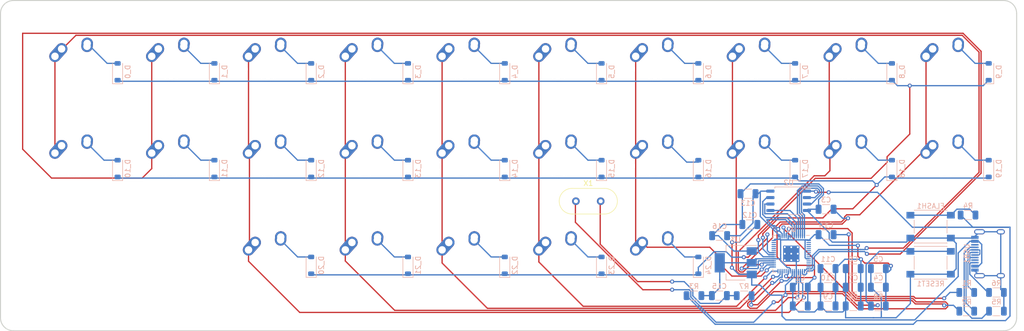
<source format=kicad_pcb>
(kicad_pcb (version 20221018) (generator pcbnew)
  (layers (0 "F.Cu" signal) (31 "B.Cu" signal) (34 "B.Paste" user) (35 "F.Paste" user) (36 "B.SilkS" user "B.Silkscreen") (37 "F.SilkS" user "F.Silkscreen") (38 "B.Mask" user) (39 "F.Mask" user) (44 "Edge.Cuts" user))
  (net 0 "")
  (net 1 "col0")
  (net 2 "col1")
  (net 3 "col2")
  (net 4 "col3")
  (net 5 "col4")
  (net 6 "col5")
  (net 7 "col6")
  (net 8 "+1V1")
  (net 9 "col8")
  (net 10 "GND")
  (net 11 "row0")
  (net 12 "row1")
  (net 13 "row2")
  (net 14 "col7")
  (net 15 "col9")
  (net 16 "+5V")
  (net 17 "XIN")
  (net 18 "XOUT")
  (net 19 "RST")
  (net 20 "Net-(D_0-A)")
  (net 21 "Net-(D_1-A)")
  (net 22 "Net-(D_2-A)")
  (net 23 "Net-(D_3-A)")
  (net 24 "Net-(D_4-A)")
  (net 25 "Net-(D_5-A)")
  (net 26 "Net-(D_6-A)")
  (net 27 "Net-(D_7-A)")
  (net 28 "Net-(D_8-A)")
  (net 29 "Net-(D_9-A)")
  (net 30 "Net-(D_10-A)")
  (net 31 "Net-(D_11-A)")
  (net 32 "Net-(D_12-A)")
  (net 33 "Net-(D_13-A)")
  (net 34 "Net-(D_14-A)")
  (net 35 "Net-(D_15-A)")
  (net 36 "Net-(D_16-A)")
  (net 37 "Net-(D_17-A)")
  (net 38 "Net-(D_18-A)")
  (net 39 "QSPI_SD3")
  (net 40 "QSPI_SCLK")
  (net 41 "QSPI_SD0")
  (net 42 "QSPI_SD2")
  (net 43 "QSPI_SD1")
  (net 44 "QSPI_SS")
  (net 45 "VBUS")
  (net 46 "Net-(C15-Pad1)")
  (net 47 "D+")
  (net 48 "D-")
  (net 49 "Net-(D_19-A)")
  (net 50 "Net-(D_20-A)")
  (net 51 "Net-(FLASH1-Pad1)")
  (net 52 "Net-(D_21-A)")
  (net 53 "Net-(D_22-A)")
  (net 54 "Net-(D_23-A)")
  (net 55 "Net-(D_24-A)")
  (net 56 "Net-(U1-USB_DP)")
  (net 57 "Net-(U1-USB_DM)")
  (net 58 "Net-(USB1-CC1)")
  (net 59 "Net-(USB1-CC2)")
  (footprint "footprints:MX-1U-NoLED" (layer "F.Cu") (at 14.525 13.525)
    (fp_text reference "K_0")
    (fp_text value "KEYSW")
  )
  (footprint "footprints:MX-1U-NoLED" (layer "F.Cu") (at 52.625 51.625)
    (fp_text reference "K_20")
    (fp_text value "KEYSW")
  )
  (footprint "footprints:MX-1U-NoLED" (layer "F.Cu") (at 71.675 32.575)
    (fp_text reference "K_13")
    (fp_text value "KEYSW")
  )
  (footprint "footprints:MX-1U-NoLED" (layer "F.Cu") (at 14.525 32.575)
    (fp_text reference "K_10")
    (fp_text value "KEYSW")
  )
  (footprint "footprints:MX-1U-NoLED" (layer "F.Cu") (at 128.825 13.525)
    (fp_text reference "K_6")
    (fp_text value "KEYSW")
  )
  (footprint "MountingHole:MountingHole_2.2mm_M2_DIN965" (layer "F.Cu") (at 25.24 20.085)
    (fp_text reference "HOLE1" hide)
    (fp_text value "MountingHole_2.2mm_M2_DIN965" hide)
  )
  (footprint "Crystal:Crystal_HC49-4H_Vertical" (layer "F.Cu") (at 113.25 39.5)
    (fp_text reference "X1")
    (fp_text value "XTAL")
  )
  (footprint "footprints:MX-1U-NoLED" (layer "F.Cu") (at 33.575 32.575)
    (fp_text reference "K_11")
    (fp_text value "KEYSW")
  )
  (footprint "footprints:MX-1U-NoLED" (layer "F.Cu") (at 166.925 32.575)
    (fp_text reference "K_18")
    (fp_text value "KEYSW")
  )
  (footprint "footprints:MX-1U-NoLED" (layer "F.Cu") (at 90.725 32.575)
    (fp_text reference "K_14")
    (fp_text value "KEYSW")
  )
  (footprint "footprints:MX-1U-NoLED" (layer "F.Cu") (at 147.875 32.575)
    (fp_text reference "K_17")
    (fp_text value "KEYSW")
  )
  (footprint "MountingHole:MountingHole_2.2mm_M2_DIN965" (layer "F.Cu") (at 175.24 20.085)
    (fp_text reference "HOLE2" hide)
    (fp_text value "MountingHole_2.2mm_M2_DIN965" hide)
  )
  (footprint "footprints:MX-1U-NoLED" (layer "F.Cu") (at 128.825 32.575)
    (fp_text reference "K_16")
    (fp_text value "KEYSW")
  )
  (footprint "footprints:MX-1U-NoLED" (layer "F.Cu") (at 128.825 51.625)
    (fp_text reference "K_24")
    (fp_text value "KEYSW")
  )
  (footprint "footprints:MX-1U-NoLED" (layer "F.Cu") (at 52.625 13.525)
    (fp_text reference "K_2")
    (fp_text value "KEYSW")
  )
  (footprint "footprints:MX-1U-NoLED" (layer "F.Cu") (at 147.875 13.525)
    (fp_text reference "K_7")
    (fp_text value "KEYSW")
  )
  (footprint "footprints:MX-1U-NoLED" (layer "F.Cu") (at 33.575 13.525)
    (fp_text reference "K_1")
    (fp_text value "KEYSW")
  )
  (footprint "MountingHole:MountingHole_2.2mm_M2_DIN965" (layer "F.Cu") (at 175.24 45.085)
    (fp_text reference "HOLE4" hide)
    (fp_text value "MountingHole_2.2mm_M2_DIN965" hide)
  )
  (footprint "footprints:MX-1U-NoLED" (layer "F.Cu") (at 109.775 51.625)
    (fp_text reference "K_23")
    (fp_text value "KEYSW")
  )
  (footprint "MountingHole:MountingHole_2.2mm_M2_DIN965" (layer "F.Cu") (at 25.24 45.085)
    (fp_text reference "HOLE3" hide)
    (fp_text value "MountingHole_2.2mm_M2_DIN965" hide)
  )
  (footprint "footprints:MX-1U-NoLED" (layer "F.Cu") (at 90.725 13.525)
    (fp_text reference "K_4")
    (fp_text value "KEYSW")
  )
  (footprint "footprints:MX-1U-NoLED" (layer "F.Cu") (at 109.775 32.575)
    (fp_text reference "K_15")
    (fp_text value "KEYSW")
  )
  (footprint "footprints:MX-1U-NoLED" (layer "F.Cu") (at 166.925 13.525)
    (fp_text reference "K_8")
    (fp_text value "KEYSW")
  )
  (footprint "footprints:MX-1U-NoLED" (layer "F.Cu") (at 109.775 13.525)
    (fp_text reference "K_5")
    (fp_text value "KEYSW")
  )
  (footprint "footprints:MX-1U-NoLED" (layer "F.Cu") (at 90.725 51.625)
    (fp_text reference "K_22")
    (fp_text value "KEYSW")
  )
  (footprint "footprints:MX-1U-NoLED" (layer "F.Cu") (at 71.675 13.525)
    (fp_text reference "K_3")
    (fp_text value "KEYSW")
  )
  (footprint "footprints:MX-1U-NoLED" (layer "F.Cu") (at 185.975 32.575)
    (fp_text reference "K_19")
    (fp_text value "KEYSW")
  )
  (footprint "footprints:MX-1U-NoLED" (layer "F.Cu") (at 185.975 13.525)
    (fp_text reference "K_9")
    (fp_text value "KEYSW")
  )
  (footprint "footprints:MX-1U-NoLED" (layer "F.Cu") (at 52.625 32.575)
    (fp_text reference "K_12")
    (fp_text value "KEYSW")
  )
  (footprint "footprints:MX-1U-NoLED" (layer "F.Cu") (at 71.675 51.625)
    (fp_text reference "K_21")
    (fp_text value "KEYSW")
  )
  (footprint "Diode_SMD:D_SOD-123" (layer "B.Cu") (at 194.5 14.025 90)
    (fp_text reference "D_9")
    (fp_text value "D")
  )
  (footprint "Diode_SMD:D_SOD-123" (layer "B.Cu") (at 137.35 14.025 90)
    (fp_text reference "D_6")
    (fp_text value "D")
  )
  (footprint "Diode_SMD:D_SOD-123" (layer "B.Cu") (at 137.35 33.075 90)
    (fp_text reference "D_16")
    (fp_text value "D")
  )
  (footprint "Diode_SMD:D_SOD-123" (layer "B.Cu") (at 99.25 33.075 90)
    (fp_text reference "D_14")
    (fp_text value "D")
  )
  (footprint "Diode_SMD:D_SOD-123" (layer "B.Cu") (at 23.05 33.075 90)
    (fp_text reference "D_10")
    (fp_text value "D")
  )
  (footprint "Diode_SMD:D_SOD-123" (layer "B.Cu") (at 118.3 52.125 90)
    (fp_text reference "D_23")
    (fp_text value "D")
  )
  (footprint "Capacitor_SMD:C_1206_3216Metric" (layer "B.Cu") (at 167.83 60.126 180)
    (fp_text reference "C6")
    (fp_text value "100n")
  )
  (footprint "Diode_SMD:D_SOD-123" (layer "B.Cu") (at 80.2 52.125 90)
    (fp_text reference "D_21")
    (fp_text value "D")
  )
  (footprint "Diode_SMD:D_SOD-123" (layer "B.Cu") (at 194.5 33.075 90)
    (fp_text reference "D_19")
    (fp_text value "D")
  )
  (footprint "Diode_SMD:D_SOD-123" (layer "B.Cu") (at 118.3 33.075 90)
    (fp_text reference "D_15")
    (fp_text value "D")
  )
  (footprint "Diode_SMD:D_SOD-123" (layer "B.Cu") (at 137.35 52.125 90)
    (fp_text reference "D_24")
    (fp_text value "D")
  )
  (footprint "Resistor_SMD:R_1206_3216Metric" (layer "B.Cu") (at 196.024 57.459 180)
    (fp_text reference "R6")
    (fp_text value "5.1k")
  )
  (footprint "Diode_SMD:D_SOD-123" (layer "B.Cu") (at 175.45 33.075 90)
    (fp_text reference "D_18")
    (fp_text value "D")
  )
  (footprint "Diode_SMD:D_SOD-123" (layer "B.Cu") (at 175.45 14.025 90)
    (fp_text reference "D_8")
    (fp_text value "D")
  )
  (footprint "Capacitor_SMD:C_1206_3216Metric" (layer "B.Cu") (at 167.83 56.443 180)
    (fp_text reference "C7")
    (fp_text value "100n")
  )
  (footprint "Diode_SMD:D_SOD-123" (layer "B.Cu") (at 118.3 14.025 90)
    (fp_text reference "D_5")
    (fp_text value "D")
  )
  (footprint "Diode_SMD:D_SOD-123" (layer "B.Cu") (at 80.2 33.075 90)
    (fp_text reference "D_13")
    (fp_text value "D")
  )
  (footprint "Capacitor_SMD:C_1206_3216Metric" (layer "B.Cu") (at 162.877 52.76 180)
    (fp_text reference "C11")
    (fp_text value "1u")
  )
  (footprint "Capacitor_SMD:C_1206_3216Metric" (layer "B.Cu") (at 162.49 41.085 180)
    (fp_text reference "C3")
    (fp_text value "100n")
  )
  (footprint "Capacitor_SMD:C_1206_3216Metric" (layer "B.Cu") (at 172.783 56.443 180)
    (fp_text reference "C4")
    (fp_text value "100n")
  )
  (footprint "Package_SO:SOIC-8_5.23x5.23mm_P1.27mm" (layer "B.Cu") (at 155.13 39.425 180)
    (fp_text reference "U2")
    (fp_text value "W25Q128JVS")
  )
  (footprint "Button_Switch_SMD:SW_SPST_PTS645" (layer "B.Cu") (at 183.07 44.505 180)
    (fp_text reference "FLASH1")
    (fp_text value "SW_PUSH")
  )
  (footprint "Resistor_SMD:R_1206_3216Metric" (layer "B.Cu") (at 190.182 57.459 180)
    (fp_text reference "R1")
    (fp_text value "27")
  )
  (footprint "Resistor_SMD:R_1206_3216Metric" (layer "B.Cu") (at 190.182 61.142 180)
    (fp_text reference "R2")
    (fp_text value "27")
  )
  (footprint "footprints:RP2040-QFN-56" (layer "B.Cu") (at 155.638 49.839 180)
    (fp_text reference "U1")
    (fp_text value "RP2040")
  )
  (footprint "Capacitor_SMD:C_1206_3216Metric" (layer "B.Cu") (at 172.783 52.76 180)
    (fp_text reference "C5")
    (fp_text value "100n")
  )
  (footprint "Diode_SMD:D_SOD-123" (layer "B.Cu") (at 99.25 52.125 90)
    (fp_text reference "D_22")
    (fp_text value "D")
  )
  (footprint "Resistor_SMD:R_1206_3216Metric" (layer "B.Cu") (at 172.783 60.126 180)
    (fp_text reference "R8")
    (fp_text value "10k")
  )
  (footprint "Diode_SMD:D_SOD-123" (layer "B.Cu") (at 156.4 14.025 90)
    (fp_text reference "D_7")
    (fp_text value "D")
  )
  (footprint "Resistor_SMD:R_1206_3216Metric" (layer "B.Cu") (at 190.436 42.219 180)
    (fp_text reference "R4")
    (fp_text value "1k")
  )
  (footprint "Capacitor_SMD:C_1206_3216Metric" (layer "B.Cu") (at 167.83 52.76 180)
    (fp_text reference "C8")
    (fp_text value "100n")
  )
  (footprint "Resistor_SMD:R_1206_3216Metric" (layer "B.Cu") (at 146.367 58.094 180)
    (fp_text reference "R7")
    (fp_text value "1k")
  )
  (footprint "Capacitor_SMD:C_1206_3216Metric" (layer "B.Cu") (at 157.416 60.126 180)
    (fp_text reference "C2")
    (fp_text value "100n")
  )
  (footprint "Button_Switch_SMD:SW_SPST_PTS645" (layer "B.Cu") (at 183.07 51.617 180)
    (fp_text reference "RESET1")
    (fp_text value "SW_PUSH")
  )
  (footprint "Diode_SMD:D_SOD-123" (layer "B.Cu") (at 42.1 14.025 90)
    (fp_text reference "D_1")
    (fp_text value "D")
  )
  (footprint "Diode_SMD:D_SOD-123" (layer "B.Cu") (at 23.05 14.025 90)
    (fp_text reference "D_0")
    (fp_text value "D")
  )
  (footprint "Diode_SMD:D_SOD-123" (layer "B.Cu") (at 80.2 14.025 90)
    (fp_text reference "D_3")
    (fp_text value "D")
  )
  (footprint "Capacitor_SMD:C_1206_3216Metric" (layer "B.Cu") (at 147.49 44.085 180)
    (fp_text reference "C12")
    (fp_text value "10u")
  )
  (footprint "Capacitor_SMD:C_1206_3216Metric" (layer "B.Cu") (at 141.49 58.085 180)
    (fp_text reference "C15")
    (fp_text value "27p")
  )
  (footprint "Diode_SMD:D_SOD-123" (layer "B.Cu") (at 61.15 14.025 90)
    (fp_text reference "D_2")
    (fp_text value "D")
  )
  (footprint "Capacitor_SMD:C_1206_3216Metric" (layer "B.Cu") (at 162.49 46.085 180)
    (fp_text reference "C14")
    (fp_text value "27p")
  )
  (footprint "Diode_SMD:D_SOD-123" (layer "B.Cu") (at 42.1 33.075 90)
    (fp_text reference "D_11")
    (fp_text value "D")
  )
  (footprint "Capacitor_SMD:C_1206_3216Metric" (layer "B.Cu") (at 141.541 46.283 180)
    (fp_text reference "C16")
    (fp_text value "10u")
  )
  (footprint "Diode_SMD:D_SOD-123" (layer "B.Cu") (at 61.15 33.075 90)
    (fp_text reference "D_12")
    (fp_text value "D")
  )
  (footprint "Diode_SMD:D_SOD-123" (layer "B.Cu") (at 61.15 52.125 90)
    (fp_text reference "D_20")
    (fp_text value "D")
  )
  (footprint "Resistor_SMD:R_1206_3216Metric" (layer "B.Cu") (at 136.49 58.085 180)
    (fp_text reference "R3")
    (fp_text value "10k")
  )
  (footprint "Capacitor_SMD:C_1206_3216Metric" (layer "B.Cu") (at 162.877 56.443 180)
    (fp_text reference "C10")
    (fp_text value "100n")
  )
  (footprint "Package_TO_SOT_SMD:SOT-223-3_TabPin2" (layer "B.Cu") (at 144.716 51.617 180)
    (fp_text reference "U3")
    (fp_text value "NCP1117-3.3_SOT223")
  )
  (footprint "Resistor_SMD:R_1206_3216Metric" (layer "B.Cu") (at 196.024 61.142 180)
    (fp_text reference "R5")
    (fp_text value "5.1k")
  )
  (footprint "Capacitor_SMD:C_1206_3216Metric" (layer "B.Cu") (at 147.129 38.028)
    (fp_text reference "C13")
    (fp_text value "100n")
  )
  (footprint "Capacitor_SMD:C_1206_3216Metric" (layer "B.Cu") (at 157.416 56.443 180)
    (fp_text reference "C1")
    (fp_text value "1u")
  )
  (footprint "Capacitor_SMD:C_1206_3216Metric" (layer "B.Cu") (at 162.877 60.126 180)
    (fp_text reference "C9")
    (fp_text value "100n")
  )
  (footprint "footprints:HRO-TYPE-C-31-M-12" (layer "B.Cu") (at 199.474 49.839 -90)
    (fp_text reference "USB1")
    (fp_text value "HRO-TYPE-C-31-M-12")
  )
  (footprint "Diode_SMD:D_SOD-123" (layer "B.Cu") (at 99.25 14.025 90)
    (fp_text reference "D_4")
    (fp_text value "D")
  )
  (footprint "Diode_SMD:D_SOD-123" (layer "B.Cu") (at 156.4 33.075 90)
    (fp_text reference "D_17")
    (fp_text value "D")
  )
  (gr_line (start 2.54 0) (end 197.46 0) (stroke (width 0.2)) (layer "Edge.Cuts"))
  (gr_line (start 0 62.46) (end 0 2.54) (stroke (width 0.2)) (layer "Edge.Cuts"))
  (gr_arc (start 0 2.54) (mid 0.743949 0.743949) (end 2.54 0) (stroke (width 0.2)) (layer "Edge.Cuts"))
  (gr_arc (start 2.54 65) (mid 0.743949 64.256051) (end 0 62.46) (stroke (width 0.2)) (layer "Edge.Cuts"))
  (gr_line (start 197.46 65) (end 2.54 65) (stroke (width 0.2)) (layer "Edge.Cuts"))
  (gr_arc (start 200 62.46) (mid 199.256051 64.256051) (end 197.46 65) (stroke (width 0.2)) (layer "Edge.Cuts"))
  (gr_arc (start 197.46 0) (mid 199.256051 0.743949) (end 200 2.54) (stroke (width 0.2)) (layer "Edge.Cuts"))
  (gr_line (start 200 2.54) (end 200 62.46) (stroke (width 0.2)) (layer "Edge.Cuts"))
  (segment (start 177.700214 48.7341) (end 192.6 33.834314) (width 0.25) (layer "F.Cu") (net 1))
  (segment (start 10.715 10.835) (end 12.025 9.525) (width 0.25) (layer "F.Cu") (net 1))
  (segment (start 192.6 33.834314) (end 192.6 10.165686) (width 0.25) (layer "F.Cu") (net 1))
  (segment (start 192.6 10.165686) (end 189.290114 6.8558) (width 0.25) (layer "F.Cu") (net 1))
  (segment (start 189.290114 6.8558) (end 14.8442 6.8558) (width 0.25) (layer "F.Cu") (net 1))
  (segment (start 10.715 10.985) (end 10.715 30.035) (width 0.25) (layer "F.Cu") (net 1))
  (segment (start 14.8442 6.8558) (end 10.715 10.985) (width 0.25) (layer "F.Cu") (net 1))
  (segment (start 10.715 30.035) (end 10.715 29.885) (width 0.25) (layer "F.Cu") (net 1))
  (segment (start 170.4843 48.7341) (end 177.700214 48.7341) (width 0.25) (layer "F.Cu") (net 1))
  (segment (start 10.715 10.985) (end 10.715 10.835) (width 0.25) (layer "F.Cu") (net 1))
  (segment (start 10.715 29.885) (end 12.025 28.575) (width 0.25) (layer "F.Cu") (net 1))
  (via (at 170.4843 48.7341) (size 0.8) (drill 0.4) (layers "F.Cu" "B.Cu") (net 1))
  (segment (start 169.227 49.0072) (end 170.2112 49.0072) (width 0.25) (layer "B.Cu") (net 1))
  (segment (start 161.0418 49.0072) (end 169.227 49.0072) (width 0.25) (layer "B.Cu") (net 1))
  (segment (start 159.0162 52.814) (end 159.521 52.814) (width 0.25) (layer "B.Cu") (net 1))
  (segment (start 158.7005 52.814) (end 159.0162 52.814) (width 0.25) (layer "B.Cu") (net 1))
  (segment (start 159.788 50.260999) (end 160.4513 49.597699) (width 0.25) (layer "B.Cu") (net 1))
  (segment (start 159.597619 52.814) (end 159.788 52.623619) (width 0.25) (layer "B.Cu") (net 1))
  (segment (start 159.788 52.623619) (end 159.788 50.260999) (width 0.25) (layer "B.Cu") (net 1))
  (segment (start 170.2112 49.0072) (end 170.4843 48.7341) (width 0.25) (layer "B.Cu") (net 1))
  (segment (start 159.521 52.814) (end 159.597619 52.814) (width 0.25) (layer "B.Cu") (net 1))
  (segment (start 158.238 53.2765) (end 158.7005 52.814) (width 0.25) (layer "B.Cu") (net 1))
  (segment (start 160.4513 49.597699) (end 161.0418 49.0072) (width 0.25) (layer "B.Cu") (net 1))
  (segment (start 170.5224 49.8644) (end 170.5605 49.9025) (width 0.25) (layer "F.Cu") (net 2))
  (segment (start 10.044476 34.9479) (end 27.895524 34.9479) (width 0.25) (layer "F.Cu") (net 2))
  (segment (start 4.3556 6.4558) (end 4.3556 29.259024) (width 0.25) (layer "F.Cu") (net 2))
  (segment (start 193 34) (end 193 10) (width 0.25) (layer "F.Cu") (net 2))
  (segment (start 4.3556 29.259024) (end 10.044476 34.9479) (width 0.25) (layer "F.Cu") (net 2))
  (segment (start 29.765 10.835) (end 31.075 9.525) (width 0.25) (layer "F.Cu") (net 2))
  (segment (start 170.5605 49.9025) (end 177.0975 49.9025) (width 0.25) (layer "F.Cu") (net 2))
  (segment (start 29.765 33.078424) (end 29.765 30.035) (width 0.25) (layer "F.Cu") (net 2))
  (segment (start 29.765 30.035) (end 29.765 29.885) (width 0.25) (layer "F.Cu") (net 2))
  (segment (start 29.765 29.885) (end 31.075 28.575) (width 0.25) (layer "F.Cu") (net 2))
  (segment (start 177.0975 49.9025) (end 193 34) (width 0.25) (layer "F.Cu") (net 2))
  (segment (start 27.895524 34.9479) (end 29.765 33.078424) (width 0.25) (layer "F.Cu") (net 2))
  (segment (start 29.765 10.985) (end 29.765 10.835) (width 0.25) (layer "F.Cu") (net 2))
  (segment (start 29.765 10.985) (end 29.765 30.035) (width 0.25) (layer "F.Cu") (net 2))
  (segment (start 189.4558 6.4558) (end 4.3556 6.4558) (width 0.25) (layer "F.Cu") (net 2))
  (segment (start 193 10) (end 189.4558 6.4558) (width 0.25) (layer "F.Cu") (net 2))
  (via (at 170.5224 49.8644) (size 0.8) (drill 0.4) (layers "F.Cu" "B.Cu") (net 2))
  (segment (start 158.672893 53.738726) (end 158.422619 53.989) (width 0.25) (layer "B.Cu") (net 2))
  (segment (start 158.053381 53.989) (end 157.838 53.773619) (width 0.25) (layer "B.Cu") (net 2))
  (segment (start 159.763305 53.214) (end 158.866186 53.214) (width 0.25) (layer "B.Cu") (net 2))
  (segment (start 170.5224 49.8644) (end 170.0652 49.4072) (width 0.25) (layer "B.Cu") (net 2))
  (segment (start 160.188 52.789304) (end 159.763305 53.214) (width 0.25) (layer "B.Cu") (net 2))
  (segment (start 157.838 53.773619) (end 157.838 53.2765) (width 0.25) (layer "B.Cu") (net 2))
  (segment (start 161.207485 49.4072) (end 160.188 50.426685) (width 0.25) (layer "B.Cu") (net 2))
  (segment (start 158.672893 53.407293) (end 158.672893 53.738726) (width 0.25) (layer "B.Cu") (net 2))
  (segment (start 170.0652 49.4072) (end 161.207485 49.4072) (width 0.25) (layer "B.Cu") (net 2))
  (segment (start 158.422619 53.989) (end 158.053381 53.989) (width 0.25) (layer "B.Cu") (net 2))
  (segment (start 160.188 50.426685) (end 160.188 52.789304) (width 0.25) (layer "B.Cu") (net 2))
  (segment (start 158.866186 53.214) (end 158.672893 53.407293) (width 0.25) (layer "B.Cu") (net 2))
  (segment (start 49 48.9) (end 48.815 49.085) (width 0.25) (layer "F.Cu") (net 3))
  (segment (start 48.815 30.035) (end 48.815 29.885) (width 0.25) (layer "F.Cu") (net 3))
  (segment (start 48.815 10.985) (end 48.815 30.035) (width 0.25) (layer "F.Cu") (net 3))
  (segment (start 48.815 29.885) (end 50.125 28.575) (width 0.25) (layer "F.Cu") (net 3))
  (segment (start 49 30.22) (end 49 48.9) (width 0.25) (layer "F.Cu") (net 3))
  (segment (start 48.815 48.935) (end 50.125 47.625) (width 0.25) (layer "F.Cu") (net 3))
  (segment (start 48.815 10.985) (end 48.815 10.835) (width 0.25) (layer "F.Cu") (net 3))
  (segment (start 48.815 51.315) (end 48.815 49.085) (width 0.25) (layer "F.Cu") (net 3))
  (segment (start 48.815 30.035) (end 49 30.22) (width 0.25) (layer "F.Cu") (net 3))
  (segment (start 48.815 49.085) (end 48.815 48.935) (width 0.25) (layer "F.Cu") (net 3))
  (segment (start 155.1808 61.396) (end 58.896 61.396) (width 0.25) (layer "F.Cu") (net 3))
  (segment (start 58.896 61.396) (end 48.815 51.315) (width 0.25) (layer "F.Cu") (net 3))
  (segment (start 48.815 10.835) (end 50.125 9.525) (width 0.25) (layer "F.Cu") (net 3))
  (segment (start 158.1272 58.4496) (end 155.1808 61.396) (width 0.25) (layer "F.Cu") (net 3))
  (via (at 158.1272 58.4496) (size 0.8) (drill 0.4) (layers "F.Cu" "B.Cu") (net 3))
  (segment (start 157.438 53.2765) (end 157.438 55.344628) (width 0.25) (layer "B.Cu") (net 3))
  (segment (start 157.8986 58.0686) (end 157.8986 58.1448) (width 0.25) (layer "B.Cu") (net 3))
  (segment (start 157.8986 58.1448) (end 157.8986 58.221) (width 0.25) (layer "B.Cu") (net 3))
  (segment (start 157.8986 58.221) (end 158.1272 58.4496) (width 0.25) (layer "B.Cu") (net 3))
  (segment (start 157.8986 55.805228) (end 157.8986 58.0686) (width 0.25) (layer "B.Cu") (net 3))
  (segment (start 157.438 55.344628) (end 157.8986 55.805228) (width 0.25) (layer "B.Cu") (net 3))
  (segment (start 67.865 10.835) (end 69.175 9.525) (width 0.25) (layer "F.Cu") (net 4))
  (segment (start 67.865 29.885) (end 69.175 28.575) (width 0.25) (layer "F.Cu") (net 4))
  (segment (start 77.585948 60.9896) (end 67.865 51.268652) (width 0.25) (layer "F.Cu") (net 4))
  (segment (start 67.865 49.085) (end 67.865 48.935) (width 0.25) (layer "F.Cu") (net 4))
  (segment (start 67.865 10.985) (end 67.865 30.035) (width 0.25) (layer "F.Cu") (net 4))
  (segment (start 67.865 30.035) (end 67.865 29.885) (width 0.25) (layer "F.Cu") (net 4))
  (segment (start 155.0538 58.475) (end 152.5392 60.9896) (width 0.25) (layer "F.Cu") (net 4))
  (segment (start 67.865 10.985) (end 67.865 10.835) (width 0.25) (layer "F.Cu") (net 4))
  (segment (start 67.865 30.035) (end 67.865 49.085) (width 0.25) (layer "F.Cu") (net 4))
  (segment (start 67.865 51.268652) (end 67.865 49.085) (width 0.25) (layer "F.Cu") (net 4))
  (segment (start 156.8064 58.475) (end 155.0538 58.475) (width 0.25) (layer "F.Cu") (net 4))
  (segment (start 67.865 48.935) (end 69.175 47.625) (width 0.25) (layer "F.Cu") (net 4))
  (segment (start 152.5392 60.9896) (end 77.585948 60.9896) (width 0.25) (layer "F.Cu") (net 4))
  (via (at 156.8064 58.475) (size 0.8) (drill 0.4) (layers "F.Cu" "B.Cu") (net 4))
  (segment (start 157.0858 55.558114) (end 157.0858 58.0432) (width 0.25) (layer "B.Cu") (net 4))
  (segment (start 156.8064 58.3226) (end 156.8064 58.475) (width 0.25) (layer "B.Cu") (net 4))
  (segment (start 157.038 53.2765) (end 157.038 55.510314) (width 0.25) (layer "B.Cu") (net 4))
  (segment (start 157.0858 58.0432) (end 156.8064 58.3226) (width 0.25) (layer "B.Cu") (net 4))
  (segment (start 157.038 55.510314) (end 157.0858 55.558114) (width 0.25) (layer "B.Cu") (net 4))
  (segment (start 86.915 10.835) (end 88.225 9.525) (width 0.25) (layer "F.Cu") (net 5))
  (segment (start 145.526119 60.5896) (end 95.8396 60.5896) (width 0.25) (layer "F.Cu") (net 5))
  (segment (start 86.915 10.985) (end 86.915 10.835) (width 0.25) (layer "F.Cu") (net 5))
  (segment (start 152.0566 54.3856) (end 147.6452 58.797) (width 0.25) (layer "F.Cu") (net 5))
  (segment (start 147.318719 58.797) (end 145.526119 60.5896) (width 0.25) (layer "F.Cu") (net 5))
  (segment (start 86.915 30.035) (end 86.915 29.885) (width 0.25) (layer "F.Cu") (net 5))
  (segment (start 86.915 49.085) (end 86.915 48.935) (width 0.25) (layer "F.Cu") (net 5))
  (segment (start 86.915 51.665) (end 86.915 49.085) (width 0.25) (layer "F.Cu") (net 5))
  (segment (start 86.915 48.935) (end 88.225 47.625) (width 0.25) (layer "F.Cu") (net 5))
  (segment (start 147.6452 58.797) (end 147.318719 58.797) (width 0.25) (layer "F.Cu") (net 5))
  (segment (start 86.915 30.035) (end 86.915 10.985) (width 0.25) (layer "F.Cu") (net 5))
  (segment (start 95.8396 60.5896) (end 86.915 51.665) (width 0.25) (layer "F.Cu") (net 5))
  (segment (start 86.915 29.885) (end 88.225 28.575) (width 0.25) (layer "F.Cu") (net 5))
  (segment (start 86.915 49.085) (end 86.915 30.035) (width 0.25) (layer "F.Cu") (net 5))
  (via (at 152.0566 54.3856) (size 0.8) (drill 0.4) (layers "F.Cu" "B.Cu") (net 5))
  (segment (start 153.438 53.947719) (end 153.1234 54.262319) (width 0.25) (layer "B.Cu") (net 5))
  (segment (start 153.1234 54.262319) (end 153.000119 54.3856) (width 0.25) (layer "B.Cu") (net 5))
  (segment (start 153.000119 54.3856) (end 152.0566 54.3856) (width 0.25) (layer "B.Cu") (net 5))
  (segment (start 153.438 53.2765) (end 153.438 53.947719) (width 0.25) (layer "B.Cu") (net 5))
  (segment (start 105.965 10.985) (end 105.965 30.035) (width 0.25) (layer "F.Cu") (net 6))
  (segment (start 150.5326 54.5385) (end 144.8815 60.1896) (width 0.25) (layer "F.Cu") (net 6))
  (segment (start 105.965 29.885) (end 107.275 28.575) (width 0.25) (layer "F.Cu") (net 6))
  (segment (start 105.965 51.465) (end 105.965 49.085) (width 0.25) (layer "F.Cu") (net 6))
  (segment (start 105.965 30.035) (end 105.965 29.885) (width 0.25) (layer "F.Cu") (net 6))
  (segment (start 105.965 48.935) (end 107.275 47.625) (width 0.25) (layer "F.Cu") (net 6))
  (segment (start 114.6896 60.1896) (end 105.965 51.465) (width 0.25) (layer "F.Cu") (net 6))
  (segment (start 105.965 10.985) (end 105.965 10.835) (width 0.25) (layer "F.Cu") (net 6))
  (segment (start 105.965 49.085) (end 105.965 48.935) (width 0.25) (layer "F.Cu") (net 6))
  (segment (start 144.8815 60.1896) (end 114.6896 60.1896) (width 0.25) (layer "F.Cu") (net 6))
  (segment (start 105.965 10.835) (end 107.275 9.525) (width 0.25) (layer "F.Cu") (net 6))
  (segment (start 105.965 30.035) (end 105.965 49.085) (width 0.25) (layer "F.Cu") (net 6))
  (via (at 150.5326 54.5385) (size 0.8) (drill 0.4) (layers "F.Cu" "B.Cu") (net 6))
  (segment (start 150.5326 54.5385) (end 151.7946 53.2765) (width 0.25) (layer "B.Cu") (net 6))
  (segment (start 151.7946 53.2765) (end 153.038 53.2765) (width 0.25) (layer "B.Cu") (net 6))
  (segment (start 142.3792 51.340766) (end 139.600014 48.56158) (width 0.25) (layer "F.Cu") (net 7))
  (segment (start 125.015 48.935) (end 126.325 47.625) (width 0.25) (layer "F.Cu") (net 7))
  (segment (start 125.015 49.085) (end 125.015 48.935) (width 0.25) (layer "F.Cu") (net 7))
  (segment (start 143.9558 54.235) (end 142.3792 52.6584) (width 0.25) (layer "F.Cu") (net 7))
  (segment (start 125.015 30.035) (end 125.015 10.985) (width 0.25) (layer "F.Cu") (net 7))
  (segment (start 142.3792 52.6584) (end 142.3792 51.340766) (width 0.25) (layer "F.Cu") (net 7))
  (segment (start 125.015 10.985) (end 125.015 10.835) (width 0.25) (layer "F.Cu") (net 7))
  (segment (start 150.812 53.1156) (end 149.6926 54.235) (width 0.25) (layer "F.Cu") (net 7))
  (segment (start 125.015 30.035) (end 125.015 29.885) (width 0.25) (layer "F.Cu") (net 7))
  (segment (start 139.600014 48.56158) (end 127.26158 48.56158) (width 0.25) (layer "F.Cu") (net 7))
  (segment (start 127.26158 48.56158) (end 126.325 47.625) (width 0.25) (layer "F.Cu") (net 7))
  (segment (start 125.015 10.835) (end 126.325 9.525) (width 0.25) (layer "F.Cu") (net 7))
  (segment (start 149.6926 54.235) (end 143.9558 54.235) (width 0.25) (layer "F.Cu") (net 7))
  (segment (start 125.015 49.085) (end 125.015 30.035) (width 0.25) (layer "F.Cu") (net 7))
  (segment (start 125.015 29.885) (end 126.325 28.575) (width 0.25) (layer "F.Cu") (net 7))
  (via (at 150.812 53.1156) (size 0.8) (drill 0.4) (layers "F.Cu" "B.Cu") (net 7))
  (segment (start 151.4886 52.439) (end 150.812 53.1156) (width 0.25) (layer "B.Cu") (net 7))
  (segment (start 152.2005 52.439) (end 151.4886 52.439) (width 0.25) (layer "B.Cu") (net 7))
  (segment (start 160.21 52.252) (end 160.21 54.538) (width 0.25) (layer "F.Cu") (net 8))
  (segment (start 153.065847 44.989288) (end 152.844 45.211135) (width 0.25) (layer "F.Cu") (net 8))
  (segment (start 153.312 44.743135) (end 153.312 44.479405) (width 0.25) (layer "F.Cu") (net 8))
  (segment (start 153.312 44.479405) (end 153.794405 43.997) (width 0.25) (layer "F.Cu") (net 8))
  (segment (start 154.8965 54.538) (end 160.21 54.538) (width 0.25) (layer "F.Cu") (net 8))
  (segment (start 153.065847 44.989288) (end 153.312 44.743135) (width 0.25) (layer "F.Cu") (net 8))
  (segment (start 160.083 52.125) (end 160.21 52.252) (width 0.25) (layer "F.Cu") (net 8))
  (segment (start 152.844 50.474) (end 154.495 52.125) (width 0.25) (layer "F.Cu") (net 8))
  (segment (start 165.671 43.997) (end 166.814 42.854) (width 0.25) (layer "F.Cu") (net 8))
  (segment (start 154.622 54.2635) (end 154.8965 54.538) (width 0.25) (layer "F.Cu") (net 8))
  (segment (start 154.495 52.125) (end 160.083 52.125) (width 0.25) (layer "F.Cu") (net 8))
  (segment (start 152.844 45.211135) (end 152.844 50.474) (width 0.25) (layer "F.Cu") (net 8))
  (segment (start 153.794405 43.997) (end 165.671 43.997) (width 0.25) (layer "F.Cu") (net 8))
  (via (at 160.21 54.538) (size 0.8) (drill 0.4) (layers "F.Cu" "B.Cu") (net 8))
  (via (at 166.814 42.854) (size 0.8) (drill 0.4) (layers "F.Cu" "B.Cu") (net 8))
  (via (at 154.622 54.2635) (size 0.8) (drill 0.4) (layers "F.Cu" "B.Cu") (net 8))
  (via (at 153.065847 44.989288) (size 0.8) (drill 0.4) (layers "F.Cu" "B.Cu") (net 8))
  (segment (start 153.838 45.88) (end 153.352 45.394) (width 0.25) (layer "B.Cu") (net 8))
  (segment (start 150.824593 43.222407) (end 150.92 43.127) (width 0.25) (layer "B.Cu") (net 8))
  (segment (start 158.891 56.443) (end 158.891 55.857) (width 0.25) (layer "B.Cu") (net 8))
  (segment (start 155.038 53.8475) (end 155.038 53.2765) (width 0.25) (layer "B.Cu") (net 8))
  (segment (start 152.378466 44.301907) (end 151.904093 44.301907) (width 0.25) (layer "B.Cu") (net 8))
  (segment (start 158.891 56.443) (end 158.891 60.126) (width 0.25) (layer "B.Cu") (net 8))
  (segment (start 154.514 43.127) (end 155.838 44.451) (width 0.25) (layer "B.Cu") (net 8))
  (segment (start 151.904093 44.301907) (end 150.824593 43.222407) (width 0.25) (layer "B.Cu") (net 8))
  (segment (start 166.814 42.854) (end 165.734 42.854) (width 0.25) (layer "B.Cu") (net 8))
  (segment (start 155.838 44.451) (end 155.838 46.4015) (width 0.25) (layer "B.Cu") (net 8))
  (segment (start 165.734 42.854) (end 163.965 41.085) (width 0.25) (layer "B.Cu") (net 8))
  (segment (start 150.92 43.127) (end 154.514 43.127) (width 0.25) (layer "B.Cu") (net 8))
  (segment (start 153.352 45.394) (end 152.996186 45.394) (width 0.25) (layer "B.Cu") (net 8))
  (segment (start 158.891 55.857) (end 160.21 54.538) (width 0.25) (layer "B.Cu") (net 8))
  (segment (start 152.996186 45.394) (end 151.904093 44.301907) (width 0.25) (layer "B.Cu") (net 8))
  (segment (start 153.065847 44.989288) (end 152.378466 44.301907) (width 0.25) (layer "B.Cu") (net 8))
  (segment (start 154.622 54.2635) (end 155.038 53.8475) (width 0.25) (layer "B.Cu") (net 8))
  (segment (start 153.838 46.4015) (end 153.838 45.88) (width 0.25) (layer "B.Cu") (net 8))
  (segment (start 160.149714 34.5) (end 162.25 34.5) (width 0.25) (layer "F.Cu") (net 9))
  (segment (start 147.610698 51.988297) (end 146.163995 53.435) (width 0.25) (layer "F.Cu") (net 9))
  (segment (start 145.2094 49.440314) (end 160.149714 34.5) (width 0.25) (layer "F.Cu") (net 9))
  (segment (start 163.25 33.5) (end 163.25 30.17) (width 0.25) (layer "F.Cu") (net 9))
  (segment (start 163.115 10.985) (end 163.115 30.035) (width 0.25) (layer "F.Cu") (net 9))
  (segment (start 149.8214 51.988297) (end 147.610698 51.988297) (width 0.25) (layer "F.Cu") (net 9))
  (segment (start 163.115 10.985) (end 163.115 10.835) (width 0.25) (layer "F.Cu") (net 9))
  (segment (start 145.2094 53.039595) (end 145.2094 49.440314) (width 0.25) (layer "F.Cu") (net 9))
  (segment (start 163.115 10.835) (end 164.425 9.525) (width 0.25) (layer "F.Cu") (net 9))
  (segment (start 163.25 30.17) (end 163.115 30.035) (width 0.25) (layer "F.Cu") (net 9))
  (segment (start 145.604805 53.435) (end 145.2094 53.039595) (width 0.25) (layer "F.Cu") (net 9))
  (segment (start 162.25 34.5) (end 163.25 33.5) (width 0.25) (layer "F.Cu") (net 9))
  (segment (start 146.163995 53.435) (end 145.604805 53.435) (width 0.25) (layer "F.Cu") (net 9))
  (via (at 149.8214 51.988297) (size 0.8) (drill 0.4) (layers "F.Cu" "B.Cu") (net 9))
  (segment (start 163.115 29.885) (end 164.425 28.575) (width 0.25) (layer "B.Cu") (net 9))
  (segment (start 150.170697 51.639) (end 152.2005 51.639) (width 0.25) (layer "B.Cu") (net 9))
  (segment (start 163.115 30.035) (end 163.115 29.885) (width 0.25) (layer "B.Cu") (net 9))
  (segment (start 150.170697 51.639) (end 149.8214 51.988297) (width 0.25) (layer "B.Cu") (net 9))
  (segment (start 196.874 54.159) (end 192.694 54.159) (width 0.25) (layer "B.Cu") (net 10))
  (segment (start 196.874 56.8465) (end 197.4865 57.459) (width 0.25) (layer "B.Cu") (net 10))
  (segment (start 196.874 54.159) (end 196.874 45.519) (width 0.25) (layer "B.Cu") (net 10))
  (segment (start 156.638 53.2765) (end 156.638 51.389) (width 0.25) (layer "B.Cu") (net 10))
  (segment (start 187.05 46.755) (end 191.458 46.755) (width 0.25) (layer "B.Cu") (net 10))
  (segment (start 196.874 54.159) (end 196.874 56.8465) (width 0.25) (layer "B.Cu") (net 10))
  (segment (start 155.941 60.126) (end 155.941 56.443) (width 0.25) (layer "B.Cu") (net 10))
  (segment (start 157.116 61.301) (end 155.941 60.126) (width 0.25) (layer "B.Cu") (net 10))
  (segment (start 191.779 53.244) (end 192.694 54.159) (width 0.25) (layer "B.Cu") (net 10))
  (segment (start 163.715538 47.553) (end 168.973 47.553) (width 0.25) (layer "B.Cu") (net 10))
  (segment (start 173.3672 58.5022) (end 173.3672 62.3358) (width 0.25) (layer "B.Cu") (net 10))
  (segment (start 191.779 46.614) (end 191.779 46.434) (width 0.25) (layer "B.Cu") (net 10))
  (segment (start 142.264 44.085) (end 146.015 44.085) (width 0.25) (layer "B.Cu") (net 10))
  (segment (start 156.638 51.389) (end 156.913 51.114) (width 0.25) (layer "B.Cu") (net 10))
  (segment (start 161.015 39.190467) (end 161.015 41.085) (width 0.25) (layer "B.Cu") (net 10))
  (segment (start 187.05 46.755) (end 188.1 47.805) (width 0.25) (layer "B.Cu") (net 10))
  (segment (start 188.1 52.817) (end 187.05 53.867) (width 0.25) (layer "B.Cu") (net 10))
  (segment (start 168.973 47.553) (end 176.847 47.553) (width 0.25) (layer "B.Cu") (net 10))
  (segment (start 158.975 41.085) (end 158.73 41.33) (width 0.25) (layer "B.Cu") (net 10))
  (segment (start 166.3314 60.1496) (end 166.3314 62.4374) (width 0.25) (layer "B.Cu") (net 10))
  (segment (start 176.847 47.553) (end 178.292 47.553) (width 0.25) (layer "B.Cu") (net 10))
  (segment (start 161.402 55.2474) (end 161.402 58.27) (width 0.25) (layer "B.Cu") (net 10))
  (segment (start 187.05 53.867) (end 179.09 53.867) (width 0.25) (layer "B.Cu") (net 10))
  (segment (start 173.2656 62.4374) (end 171.767 62.4374) (width 0.25) (layer "B.Cu") (net 10))
  (segment (start 166.355 60.126) (end 166.355 52.76) (width 0.25) (layer "B.Cu") (net 10))
  (segment (start 191.458 46.755) (end 192.694 45.519) (width 0.25) (layer "B.Cu") (net 10))
  (segment (start 163.115 45.715) (end 163.115 46.952462) (width 0.25) (layer "B.Cu") (net 10))
  (segment (start 145.654 38.028) (end 147.578 36.104) (width 0.25) (layer "B.Cu") (net 10))
  (segment (start 161.015 41.085) (end 158.975 41.085) (width 0.25) (layer "B.Cu") (net 10))
  (segment (start 188.1 47.805) (end 188.1 52.817) (width 0.25) (layer "B.Cu") (net 10))
  (segment (start 165.761315 61.301) (end 162.577 61.301) (width 0.25) (layer "B.Cu") (net 10))
  (segment (start 196.874 45.519) (end 192.694 45.519) (width 0.25) (layer "B.Cu") (net 10))
  (segment (start 197.4865 57.459) (end 197.4865 61.142) (width 0.25) (layer "B.Cu") (net 10))
  (segment (start 147.578 36.104) (end 161.070466 36.104) (width 0.25) (layer "B.Cu") (net 10))
  (segment (start 178.292 47.553) (end 179.09 46.755) (width 0.25) (layer "B.Cu") (net 10))
  (segment (start 161.402 55.2474) (end 161.402 56.4176) (width 0.25) (layer "B.Cu") (net 10))
  (segment (start 155.941 56.443) (end 156.673 55.711) (width 0.25) (layer "B.Cu") (net 10))
  (segment (start 147.866 49.317) (end 144.332538 49.317) (width 0.25) (layer "B.Cu") (net 10))
  (segment (start 191.779 46.434) (end 192.694 45.519) (width 0.25) (layer "B.Cu") (net 10))
  (segment (start 176.2882 62.4374) (end 173.2656 62.4374) (width 0.25) (layer "B.Cu") (net 10))
  (segment (start 161.402 58.27) (end 161.402 56.443) (width 0.25) (layer "B.Cu") (net 10))
  (segment (start 161.402 55.0696) (end 161.402 56.443) (width 0.25) (layer "B.Cu") (net 10))
  (segment (start 171.308 56.443) (end 171.308 52.76) (width 0.25) (layer "B.Cu") (net 10))
  (segment (start 166.3314 62.4374) (end 171.8686 62.4374) (width 0.25) (layer "B.Cu") (net 10))
  (segment (start 187.05 46.755) (end 179.09 46.755) (width 0.25) (layer "B.Cu") (net 10))
  (segment (start 146.015 44.085) (end 146.015 38.389) (width 0.25) (layer "B.Cu") (net 10))
  (segment (start 161.975 37.008535) (end 161.975 38.230467) (width 0.25) (layer "B.Cu") (net 10))
  (segment (start 161.402 55.0696) (end 161.402 55.2474) (width 0.25) (layer "B.Cu") (net 10))
  (segment (start 160.227 61.301) (end 157.116 61.301) (width 0.25) (layer "B.Cu") (net 10))
  (segment (start 179.09 53.867) (end 179.09 59.6356) (width 0.25) (layer "B.Cu") (net 10))
  (segment (start 156.638 53.2765) (end 156.638 55.746) (width 0.25) (layer "B.Cu") (net 10))
  (segment (start 166.355 60.707315) (end 165.761315 61.301) (width 0.25) (layer "B.Cu") (net 10))
  (segment (start 140.066 46.283) (end 142.264 44.085) (width 0.25) (layer "B.Cu") (net 10))
  (segment (start 173.3672 62.3358) (end 173.2656 62.4374) (width 0.25) (layer "B.Cu") (net 10))
  (segment (start 171.308 56.443) (end 173.3672 58.5022) (width 0.25) (layer "B.Cu") (net 10))
  (segment (start 161.402 52.76) (end 161.402 55.0696) (width 0.25) (layer "B.Cu") (net 10))
  (segment (start 166.355 60.126) (end 166.355 60.707315) (width 0.25) (layer "B.Cu") (net 10))
  (segment (start 179.09 59.6356) (end 176.2882 62.4374) (width 0.25) (layer "B.Cu") (net 10))
  (segment (start 191.779 53.064) (end 191.779 53.244) (width 0.25) (layer "B.Cu") (net 10))
  (segment (start 141.298538 46.283) (end 140.066 46.283) (width 0.25) (layer "B.Cu") (net 10))
  (segment (start 161.975 38.230467) (end 161.015 39.190467) (width 0.25) (layer "B.Cu") (net 10))
  (segment (start 166.355 60.126) (end 166.3314 60.1496) (width 0.25) (layer "B.Cu") (net 10))
  (segment (start 156.638 55.746) (end 155.941 56.443) (width 0.25) (layer "B.Cu") (net 10))
  (segment (start 161.402 58.27) (end 161.402 60.126) (width 0.25) (layer "B.Cu") (net 10))
  (segment (start 161.070466 36.104) (end 161.975 37.008535) (width 0.25) (layer "B.Cu") (net 10))
  (segment (start 158.73 41.33) (end 163.115 45.715) (width 0.25) (layer "B.Cu") (net 10))
  (segment (start 144.332538 49.317) (end 141.298538 46.283) (width 0.25) (layer "B.Cu") (net 10))
  (segment (start 146.015 38.389) (end 145.654 38.028) (width 0.25) (layer "B.Cu") (net 10))
  (segment (start 161.402 60.126) (end 160.227 61.301) (width 0.25) (layer "B.Cu") (net 10))
  (segment (start 163.115 46.952462) (end 163.715538 47.553) (width 0.25) (layer "B.Cu") (net 10))
  (segment (start 162.577 61.301) (end 161.402 60.126) (width 0.25) (layer "B.Cu") (net 10))
  (segment (start 178.965 16.76) (end 178.965 26.285) (width 0.25) (layer "F.Cu") (net 11))
  (segment (start 149.161 46.211545) (end 149.161 47.1466) (width 0.25) (layer "F.Cu") (net 11))
  (segment (start 178.965 26.285) (end 174.5 30.75) (width 0.25) (layer "F.Cu") (net 11))
  (segment (start 174.5 31.853424) (end 171.353424 35) (width 0.25) (layer "F.Cu") (net 11))
  (segment (start 174.5 30.75) (end 174.5 31.853424) (width 0.25) (layer "F.Cu") (net 11))
  (segment (start 160.372545 35) (end 149.161 46.211545) (width 0.25) (layer "F.Cu") (net 11))
  (segment (start 171.353424 35) (end 160.372545 35) (width 0.25) (layer "F.Cu") (net 11))
  (via (at 178.965 16.76) (size 0.8) (drill 0.4) (layers "F.Cu" "B.Cu") (net 11))
  (via (at 149.161 47.1466) (size 0.8) (drill 0.4) (layers "F.Cu" "B.Cu") (net 11))
  (segment (start 23.2729 15.8979) (end 23.05 15.675) (width 0.25) (layer "B.Cu") (net 11))
  (segment (start 79.9771 15.8979) (end 61.3729 15.8979) (width 0.25) (layer "B.Cu") (net 11))
  (segment (start 41.8771 15.8979) (end 23.2729 15.8979) (width 0.25) (layer "B.Cu") (net 11))
  (segment (start 42.1 15.675) (end 41.8771 15.8979) (width 0.25) (layer "B.Cu") (net 11))
  (segment (start 99.4729 15.8979) (end 99.25 15.675) (width 0.25) (layer "B.Cu") (net 11))
  (segment (start 42.3229 15.8979) (end 42.1 15.675) (width 0.25) (layer "B.Cu") (net 11))
  (segment (start 176.535 16.76) (end 175.45 15.675) (width 0.25) (layer "B.Cu") (net 11))
  (segment (start 118.0771 15.8979) (end 99.4729 15.8979) (width 0.25) (layer "B.Cu") (net 11))
  (segment (start 178.965 16.76) (end 176.535 16.76) (width 0.25) (layer "B.Cu") (net 11))
  (segment (start 149.161 49.4834) (end 149.161 47.1466) (width 0.25) (layer "B.Cu") (net 11))
  (segment (start 152.2005 50.439) (end 151.32 50.439) (width 0.25) (layer "B.Cu") (net 11))
  (segment (start 60.9271 15.8979) (end 42.3229 15.8979) (width 0.25) (layer "B.Cu") (net 11))
  (segment (start 175.45 15.675) (end 175.2271 15.8979) (width 0.25) (layer "B.Cu") (net 11))
  (segment (start 156.1771 15.8979) (end 137.5729 15.8979) (width 0.25) (layer "B.Cu") (net 11))
  (segment (start 151.32 50.439) (end 150.1166 50.439) (width 0.25) (layer "B.Cu") (net 11))
  (segment (start 61.3729 15.8979) (end 61.15 15.675) (width 0.25) (layer "B.Cu") (net 11))
  (segment (start 137.35 15.675) (end 137.1271 15.8979) (width 0.25) (layer "B.Cu") (net 11))
  (segment (start 156.6229 15.8979) (end 156.4 15.675) (width 0.25) (layer "B.Cu") (net 11))
  (segment (start 193.415 16.76) (end 178.965 16.76) (width 0.25) (layer "B.Cu") (net 11))
  (segment (start 156.4 15.675) (end 156.1771 15.8979) (width 0.25) (layer "B.Cu") (net 11))
  (segment (start 118.5229 15.8979) (end 118.3 15.675) (width 0.25) (layer "B.Cu") (net 11))
  (segment (start 80.2 15.675) (end 79.9771 15.8979) (width 0.25) (layer "B.Cu") (net 11))
  (segment (start 137.1271 15.8979) (end 118.5229 15.8979) (width 0.25) (layer "B.Cu") (net 11))
  (segment (start 99.0271 15.8979) (end 80.4229 15.8979) (width 0.25) (layer "B.Cu") (net 11))
  (segment (start 80.4229 15.8979) (end 80.2 15.675) (width 0.25) (layer "B.Cu") (net 11))
  (segment (start 61.15 15.675) (end 60.9271 15.8979) (width 0.25) (layer "B.Cu") (net 11))
  (segment (start 118.3 15.675) (end 118.0771 15.8979) (width 0.25) (layer "B.Cu") (net 11))
  (segment (start 194.5 15.675) (end 193.415 16.76) (width 0.25) (layer "B.Cu") (net 11))
  (segment (start 150.1166 50.439) (end 149.161 49.4834) (width 0.25) (layer "B.Cu") (net 11))
  (segment (start 175.2271 15.8979) (end 156.6229 15.8979) (width 0.25) (layer "B.Cu") (net 11))
  (segment (start 99.25 15.675) (end 99.0271 15.8979) (width 0.25) (layer "B.Cu") (net 11))
  (segment (start 137.5729 15.8979) (end 137.35 15.675) (width 0.25) (layer "B.Cu") (net 11))
  (segment (start 150.05 45.88823) (end 153.14123 42.797) (width 0.25) (layer "F.Cu") (net 12))
  (segment (start 163.6642 41) (end 167.7536 41) (width 0.25) (layer "F.Cu") (net 12))
  (segment (start 150.05 46.6894) (end 150.05 45.88823) (width 0.25) (layer "F.Cu") (net 12))
  (segment (start 161.8672 42.797) (end 163.6642 41) (width 0.25) (layer "F.Cu") (net 12))
  (segment (start 167.7536 41) (end 172.4528 36.3008) (width 0.25) (layer "F.Cu") (net 12))
  (segment (start 153.14123 42.797) (end 161.8672 42.797) (width 0.25) (layer "F.Cu") (net 12))
  (via (at 172.4528 36.3008) (size 0.8) (drill 0.4) (layers "F.Cu" "B.Cu") (net 12))
  (via (at 150.05 46.6894) (size 0.8) (drill 0.4) (layers "F.Cu" "B.Cu") (net 12))
  (segment (start 61.3729 34.9479) (end 79.9771 34.9479) (width 0.25) (layer "B.Cu") (net 12))
  (segment (start 194.2771 34.9479) (end 194.5 34.725) (width 0.25) (layer "B.Cu") (net 12))
  (segment (start 99.25 34.725) (end 99.4729 34.9479) (width 0.25) (layer "B.Cu") (net 12))
  (segment (start 175.6729 34.9479) (end 194.2771 34.9479) (width 0.25) (layer "B.Cu") (net 12))
  (segment (start 150.05 48.906086) (end 150.05 46.6894) (width 0.25) (layer "B.Cu") (net 12))
  (segment (start 60.9271 34.9479) (end 61.15 34.725) (width 0.25) (layer "B.Cu") (net 12))
  (segment (start 156.1771 34.9479) (end 156.4 34.725) (width 0.25) (layer "B.Cu") (net 12))
  (segment (start 99.0271 34.9479) (end 99.25 34.725) (width 0.25) (layer "B.Cu") (net 12))
  (segment (start 175.45 34.725) (end 175.6729 34.9479) (width 0.25) (layer "B.Cu") (net 12))
  (segment (start 175.45 34.725) (end 174.0286 34.725) (width 0.25) (layer "B.Cu") (net 12))
  (segment (start 42.3229 34.9479) (end 60.9271 34.9479) (width 0.25) (layer "B.Cu") (net 12))
  (segment (start 152.2005 50.039) (end 151.32 50.039) (width 0.25) (layer "B.Cu") (net 12))
  (segment (start 79.9771 34.9479) (end 80.2 34.725) (width 0.25) (layer "B.Cu") (net 12))
  (segment (start 156.4 34.725) (end 157.175 35.5) (width 0.25) (layer "B.Cu") (net 12))
  (segment (start 23.05 34.725) (end 23.2729 34.9479) (width 0.25) (layer "B.Cu") (net 12))
  (segment (start 171.652 35.5) (end 172.4528 36.3008) (width 0.25) (layer "B.Cu") (net 12))
  (segment (start 61.15 34.725) (end 61.3729 34.9479) (width 0.25) (layer "B.Cu") (net 12))
  (segment (start 137.5729 34.9479) (end 156.1771 34.9479) (width 0.25) (layer "B.Cu") (net 12))
  (segment (start 23.2729 34.9479) (end 41.8771 34.9479) (width 0.25) (layer "B.Cu") (net 12))
  (segment (start 137.35 34.725) (end 137.5729 34.9479) (width 0.25) (layer "B.Cu") (net 12))
  (segment (start 137.1271 34.9479) (end 137.35 34.725) (width 0.25) (layer "B.Cu") (net 12))
  (segment (start 41.8771 34.9479) (end 42.1 34.725) (width 0.25) (layer "B.Cu") (net 12))
  (segment (start 151.32 50.039) (end 151.182914 50.039) (width 0.25) (layer "B.Cu") (net 12))
  (segment (start 151.182914 50.039) (end 150.05 48.906086) (width 0.25) (layer "B.Cu") (net 12))
  (segment (start 99.4729 34.9479) (end 118.0771 34.9479) (width 0.25) (layer "B.Cu") (net 12))
  (segment (start 174.0286 34.725) (end 172.4528 36.3008) (width 0.25) (layer "B.Cu") (net 12))
  (segment (start 118.5229 34.9479) (end 137.1271 34.9479) (width 0.25) (layer "B.Cu") (net 12))
  (segment (start 80.2 34.725) (end 80.4229 34.9479) (width 0.25) (layer "B.Cu") (net 12))
  (segment (start 42.1 34.725) (end 42.3229 34.9479) (width 0.25) (layer "B.Cu") (net 12))
  (segment (start 118.3 34.725) (end 118.5229 34.9479) (width 0.25) (layer "B.Cu") (net 12))
  (segment (start 118.0771 34.9479) (end 118.3 34.725) (width 0.25) (layer "B.Cu") (net 12))
  (segment (start 157.175 35.5) (end 171.652 35.5) (width 0.25) (layer "B.Cu") (net 12))
  (segment (start 80.4229 34.9479) (end 99.0271 34.9479) (width 0.25) (layer "B.Cu") (net 12))
  (segment (start 150.939 46.754995) (end 150.939 46.0544) (width 0.25) (layer "F.Cu") (net 13))
  (segment (start 147.169195 50.5248) (end 150.939 46.754995) (width 0.25) (layer "F.Cu") (net 13))
  (segment (start 146.2908 50.5248) (end 147.169195 50.5248) (width 0.25) (layer "F.Cu") (net 13))
  (via (at 150.939 46.0544) (size 0.8) (drill 0.4) (layers "F.Cu" "B.Cu") (net 13))
  (via (at 146.2908 50.5248) (size 0.8) (drill 0.4) (layers "F.Cu" "B.Cu") (net 13))
  (segment (start 137.125 54) (end 118.525 54) (width 0.25) (layer "B.Cu") (net 13))
  (segment (start 146.2908 50.5248) (end 143.9238 50.5248) (width 0.25) (layer "B.Cu") (net 13))
  (segment (start 150.939 49.2294) (end 150.939 46.0544) (width 0.25) (layer "B.Cu") (net 13))
  (segment (start 137.35 53.775) (end 137.125 54) (width 0.25) (layer "B.Cu") (net 13))
  (segment (start 137.35 52.5314) (end 137.35 53.775) (width 0.25) (layer "B.Cu") (net 13))
  (segment (start 118.3 53.775) (end 118.0771 53.9979) (width 0.25) (layer "B.Cu") (net 13))
  (segment (start 99.4729 53.9979) (end 99.25 53.775) (width 0.25) (layer "B.Cu") (net 13))
  (segment (start 142.841 49.442) (end 140.4394 49.442) (width 0.25) (layer "B.Cu") (net 13))
  (segment (start 61.3729 53.9979) (end 61.15 53.775) (width 0.25) (layer "B.Cu") (net 13))
  (segment (start 151.3486 49.639) (end 150.939 49.2294) (width 0.25) (layer "B.Cu") (net 13))
  (segment (start 118.525 54) (end 118.3 53.775) (width 0.25) (layer "B.Cu") (net 13))
  (segment (start 99.0271 53.9979) (end 80.4229 53.9979) (width 0.25) (layer "B.Cu") (net 13))
  (segment (start 118.0771 53.9979) (end 99.4729 53.9979) (width 0.25) (layer "B.Cu") (net 13))
  (segment (start 99.25 53.775) (end 99.0271 53.9979) (width 0.25) (layer "B.Cu") (net 13))
  (segment (start 80.2 53.775) (end 79.9771 53.9979) (width 0.25) (layer "B.Cu") (net 13))
  (segment (start 80.4229 53.9979) (end 80.2 53.775) (width 0.25) (layer "B.Cu") (net 13))
  (segment (start 152.2005 49.639) (end 151.3486 49.639) (width 0.25) (layer "B.Cu") (net 13))
  (segment (start 140.4394 49.442) (end 137.35 52.5314) (width 0.25) (layer "B.Cu") (net 13))
  (segment (start 143.9238 50.5248) (end 142.841 49.442) (width 0.25) (layer "B.Cu") (net 13))
  (segment (start 79.9771 53.9979) (end 61.3729 53.9979) (width 0.25) (layer "B.Cu") (net 13))
  (segment (start 144.065 10.985) (end 144.065 10.835) (width 0.25) (layer "F.Cu") (net 14))
  (segment (start 144.065 10.835) (end 145.375 9.525) (width 0.25) (layer "F.Cu") (net 14))
  (segment (start 145.43912 53.835) (end 144.8094 53.20528) (width 0.25) (layer "F.Cu") (net 14))
  (segment (start 148.9242 53.835) (end 145.43912 53.835) (width 0.25) (layer "F.Cu") (net 14))
  (segment (start 144.8094 30.7794) (end 144.065 30.035) (width 0.25) (layer "F.Cu") (net 14))
  (segment (start 149.8214 52.9378) (end 148.9242 53.835) (width 0.25) (layer "F.Cu") (net 14))
  (segment (start 144.8094 53.20528) (end 144.8094 30.7794) (width 0.25) (layer "F.Cu") (net 14))
  (segment (start 144.065 10.985) (end 144.065 30.035) (width 0.25) (layer "F.Cu") (net 14))
  (via (at 149.8214 52.9378) (size 0.8) (drill 0.4) (layers "F.Cu" "B.Cu") (net 14))
  (segment (start 144.065 29.885) (end 145.375 28.575) (width 0.25) (layer "B.Cu") (net 14))
  (segment (start 151.32 52.039) (end 150.8472 52.039) (width 0.25) (layer "B.Cu") (net 14))
  (segment (start 152.2005 52.039) (end 151.32 52.039) (width 0.25) (layer "B.Cu") (net 14))
  (segment (start 149.9484 52.9378) (end 149.8214 52.9378) (width 0.25) (layer "B.Cu") (net 14))
  (segment (start 150.2786 52.6076) (end 149.9484 52.9378) (width 0.25) (layer "B.Cu") (net 14))
  (segment (start 150.8472 52.039) (end 150.2786 52.6076) (width 0.25) (layer "B.Cu") (net 14))
  (segment (start 144.065 30.035) (end 144.065 29.885) (width 0.25) (layer "B.Cu") (net 14))
  (segment (start 182.165 29.885) (end 183.475 28.575) (width 0.25) (layer "F.Cu") (net 15))
  (segment (start 182.165 10.985) (end 182.165 30.035) (width 0.25) (layer "F.Cu") (net 15))
  (segment (start 151.9804 45.0892) (end 153.4726 43.597) (width 0.25) (layer "F.Cu") (net 15))
  (segment (start 169.117826 42.179) (end 181.261826 30.035) (width 0.25) (layer "F.Cu") (net 15))
  (segment (start 166.139 42.963314) (end 166.139 42.574405) (width 0.25) (layer "F.Cu") (net 15))
  (segment (start 151.9804 46.664) (end 151.9804 45.0892) (width 0.25) (layer "F.Cu") (net 15))
  (segment (start 181.261826 30.035) (end 182.165 30.035) (width 0.25) (layer "F.Cu") (net 15))
  (segment (start 182.165 10.985) (end 182.165 10.835) (width 0.25) (layer "F.Cu") (net 15))
  (segment (start 166.139 42.574405) (end 166.534405 42.179) (width 0.25) (layer "F.Cu") (net 15))
  (segment (start 166.534405 42.179) (end 169.117826 42.179) (width 0.25) (layer "F.Cu") (net 15))
  (segment (start 165.505314 43.597) (end 166.139 42.963314) (width 0.25) (layer "F.Cu") (net 15))
  (segment (start 182.165 10.835) (end 183.475 9.525) (width 0.25) (layer "F.Cu") (net 15))
  (segment (start 145.8844 52.76) (end 151.9804 46.664) (width 0.25) (layer "F.Cu") (net 15))
  (segment (start 182.165 30.035) (end 182.165 29.885) (width 0.25) (layer "F.Cu") (net 15))
  (segment (start 153.4726 43.597) (end 165.505314 43.597) (width 0.25) (layer "F.Cu") (net 15))
  (via (at 145.8844 52.76) (size 0.8) (drill 0.4) (layers "F.Cu" "B.Cu") (net 15))
  (segment (start 149.023 52.76) (end 146.4432 52.76) (width 0.25) (layer "B.Cu") (net 15))
  (segment (start 146.4432 52.76) (end 145.8844 52.76) (width 0.25) (layer "B.Cu") (net 15))
  (segment (start 152.2005 51.239) (end 151.32 51.239) (width 0.25) (layer "B.Cu") (net 15))
  (segment (start 151.32 51.239) (end 149.2088 51.239) (width 0.25) (layer "B.Cu") (net 15))
  (segment (start 149.141 51.3068) (end 149.141 52.642) (width 0.25) (layer "B.Cu") (net 15))
  (segment (start 149.2088 51.239) (end 149.141 51.3068) (width 0.25) (layer "B.Cu") (net 15))
  (segment (start 149.141 52.642) (end 149.023 52.76) (width 0.25) (layer "B.Cu") (net 15))
  (segment (start 170.1033 51.6805) (end 169.354 50.9312) (width 0.25) (layer "F.Cu") (net 16))
  (segment (start 168.750179 48.2275) (end 168.750179 50.327379) (width 0.25) (layer "F.Cu") (net 16))
  (segment (start 168.750179 50.327379) (end 169.354 50.9312) (width 0.25) (layer "F.Cu") (net 16))
  (segment (start 175.2468 52.2266) (end 174.7007 51.6805) (width 0.25) (layer "F.Cu") (net 16))
  (segment (start 174.7007 51.6805) (end 170.1033 51.6805) (width 0.25) (layer "F.Cu") (net 16))
  (via (at 169.354 50.9312) (size 0.8) (drill 0.4) (layers "F.Cu" "B.Cu") (net 16))
  (via (at 168.750179 48.2275) (size 0.8) (drill 0.4) (layers "F.Cu" "B.Cu") (net 16))
  (via (at 175.2468 52.2266) (size 0.8) (drill 0.4) (layers "F.Cu" "B.Cu") (net 16))
  (segment (start 175.2468 52.2266) (end 175.2468 52.9632) (width 0.25) (layer "B.Cu") (net 16))
  (segment (start 149.669 37.52) (end 151.53 37.52) (width 0.25) (layer "B.Cu") (net 16))
  (segment (start 149.542 37.647) (end 149.669 37.52) (width 0.25) (layer "B.Cu") (net 16))
  (segment (start 141.566 51.617) (end 141.566 54.944) (width 0.25) (layer "B.Cu") (net 16))
  (segment (start 153.506 50.839) (end 153.548 50.797) (width 0.25) (layer "B.Cu") (net 16))
  (segment (start 168.710679 48.188) (end 168.750179 48.2275) (width 0.25) (layer "B.Cu") (net 16))
  (segment (start 155.038 46.4015) (end 155.438 46.4015) (width 0.25) (layer "B.Cu") (net 16))
  (segment (start 141.566 54.944) (end 141.566 56.534) (width 0.25) (layer "B.Cu") (net 16))
  (segment (start 169.354 50.9312) (end 169.354 52.711) (width 0.25) (layer "B.Cu") (net 16))
  (segment (start 169.305 60.126) (end 169.305 52.76) (width 0.25) (layer "B.Cu") (net 16))
  (segment (start 153.438 46.4015) (end 153.038 46.4015) (width 0.25) (layer "B.Cu") (net 16))
  (segment (start 158.363 47.241) (end 158.363 50.623619) (width 0.25) (layer "B.Cu") (net 16))
  (segment (start 164.352 52.76) (end 164.352 56.443) (width 0.25) (layer "B.Cu") (net 16))
  (segment (start 158.49 47.114) (end 158.363 47.241) (width 0.25) (layer "B.Cu") (net 16))
  (segment (start 148.644 50.839) (end 147.866 51.617) (width 0.25) (layer "B.Cu") (net 16))
  (segment (start 137.9525 58.085) (end 140.015 58.085) (width 0.25) (layer "B.Cu") (net 16))
  (segment (start 163.118 48.188) (end 168.710679 48.188) (width 0.25) (layer "B.Cu") (net 16))
  (segment (start 148.604 38.028) (end 149.161 38.028) (width 0.25) (layer "B.Cu") (net 16))
  (segment (start 164.352 57.5878) (end 164.352 56.4684) (width 0.25) (layer "B.Cu") (net 16))
  (segment (start 154.858445 52.564) (end 155.222619 52.564) (width 0.25) (layer "B.Cu") (net 16))
  (segment (start 169.354 52.711) (end 169.305 52.76) (width 0.25) (layer "B.Cu") (net 16))
  (segment (start 152.2005 50.839) (end 153.506 50.839) (width 0.25) (layer "B.Cu") (net 16))
  (segment (start 145.605 46.283) (end 143.016 46.283) (width 0.25) (layer "B.Cu") (net 16))
  (segment (start 161.015 46.085) (end 163.118 48.188) (width 0.25) (layer "B.Cu") (net 16))
  (segment (start 158.363 50.623619) (end 158.578381 50.839) (width 0.25) (layer "B.Cu") (net 16))
  (segment (start 164.352 52.76) (end 166.1808 50.9312) (width 0.25) (layer "B.Cu") (net 16))
  (segment (start 166.1808 50.9312) (end 169.354 50.9312) (width 0.25) (layer "B.Cu") (net 16))
  (segment (start 164.352 57.5878) (end 164.352 57.7656) (width 0.25) (layer "B.Cu") (net 16))
  (segment (start 153.438 47.004) (end 153.438 46.4015) (width 0.25) (layer "B.Cu") (net 16))
  (segment (start 164.352 57.7656) (end 164.352 60.126) (width 0.25) (layer "B.Cu") (net 16))
  (segment (start 148.115 38.517) (end 148.115 43.773) (width 0.25) (layer "B.Cu") (net 16))
  (segment (start 149.542 42.5055) (end 149.542 37.647) (width 0.25) (layer "B.Cu") (net 16))
  (segment (start 169.305 60.126) (end 169.305 56.443) (width 0.25) (layer "B.Cu") (net 16))
  (segment (start 148.115 43.773) (end 145.605 46.283) (width 0.25) (layer "B.Cu") (net 16))
  (segment (start 153.438 47.004) (end 152.4355 47.004) (width 0.25) (layer "B.Cu") (net 16))
  (segment (start 153.548 51.253555) (end 154.858445 52.564) (width 0.25) (layer "B.Cu") (net 16))
  (segment (start 160.2295 46.085) (end 159.0755 47.239) (width 0.25) (layer "B.Cu") (net 16))
  (segment (start 158.49 47.114) (end 158.9505 47.114) (width 0.25) (layer "B.Cu") (net 16))
  (segment (start 149.161 38.028) (end 149.542 37.647) (width 0.25) (layer "B.Cu") (net 16))
  (segment (start 155.038 46.898619) (end 154.822619 47.114) (width 0.25) (layer "B.Cu") (net 16))
  (segment (start 153.548 47.114) (end 153.438 47.004) (width 0.25) (layer "B.Cu") (net 16))
  (segment (start 174.258 52.76) (end 174.258 60.1135) (width 0.25) (layer "B.Cu") (net 16))
  (segment (start 158.9505 47.114) (end 159.0755 47.239) (width 0.25) (layer "B.Cu") (net 16))
  (segment (start 153.548 50.797) (end 153.548 51.253555) (width 0.25) (layer "B.Cu") (net 16))
  (segment (start 141.566 56.534) (end 140.015 58.085) (width 0.25) (layer "B.Cu") (net 16))
  (segment (start 164.352 57.7656) (end 164.352 56.443) (width 0.25) (layer "B.Cu") (net 16))
  (segment (start 153.548 49.988619) (end 153.548 50.797) (width 0.25) (layer "B.Cu") (net 16))
  (segment (start 154.822619 47.114) (end 158.49 47.114) (width 0.25) (layer "B.Cu") (net 16))
  (segment (start 164.352 56.443) (end 164.352 57.5878) (width 0.25) (layer "B.Cu") (net 16))
  (segment (start 148.604 38.028) (end 148.115 38.517) (width 0.25) (layer "B.Cu") (net 16))
  (segment (start 161.015 46.085) (end 160.2295 46.085) (width 0.25) (layer "B.Cu") (net 16))
  (segment (start 141.566 51.617) (end 147.866 51.617) (width 0.25) (layer "B.Cu") (net 16))
  (segment (start 175.2468 52.9632) (end 174.8404 53.3696) (width 0.25) (layer "B.Cu") (net 16))
  (segment (start 155.222619 52.564) (end 155.438 52.779381) (width 0.25) (layer "B.Cu") (net 16))
  (segment (start 152.4355 47.004) (end 152.2005 47.239) (width 0.25) (layer "B.Cu") (net 16))
  (segment (start 158.578381 50.839) (end 159.0755 50.839) (width 0.25) (layer "B.Cu") (net 16))
  (segment (start 153.548 47.114) (end 154.822619 47.114) (width 0.25) (layer "B.Cu") (net 16))
  (segment (start 155.438 52.779381) (end 155.438 53.2765) (width 0.25) (layer "B.Cu") (net 16))
  (segment (start 153.438 46.4015) (end 149.542 42.5055) (width 0.25) (layer "B.Cu") (net 16))
  (segment (start 153.548 47.114) (end 153.548 49.988619) (width 0.25) (layer "B.Cu") (net 16))
  (segment (start 155.038 46.4015) (end 155.038 46.898619) (width 0.25) (layer "B.Cu") (net 16))
  (segment (start 152.2005 50.839) (end 148.644 50.839) (width 0.25) (layer "B.Cu") (net 16))
  (segment (start 186.016595 60.674) (end 168.701314 60.674) (width 0.25) (layer "F.Cu") (net 17))
  (segment (start 179.571199 58.6592) (end 180.236 59.324) (width 0.25) (layer "F.Cu") (net 17))
  (segment (start 166.941 46.029) (end 166.941 57.147314) (width 0.25) (layer "F.Cu") (net 17))
  (segment (start 113.1576 39.5924) (end 113.25 39.5) (width 0.25) (layer "F.Cu") (net 17))
  (segment (start 154.77 57.692) (end 154.495 57.967) (width 0.25) (layer "F.Cu") (net 17))
  (segment (start 186.412 60.278595) (end 186.016595 60.674) (width 0.25) (layer "F.Cu") (net 17))
  (segment (start 132.1938 56.9256) (end 126.4256 56.9256) (width 0.25) (layer "F.Cu") (net 17))
  (segment (start 153.0726 59.3894) (end 152.1836 59.3894) (width 0.25) (layer "F.Cu") (net 17))
  (segment (start 126.4256 56.9256) (end 113.1576 43.6576) (width 0.25) (layer "F.Cu") (net 17))
  (segment (start 180.236 59.324) (end 186.016595 59.324) (width 0.25) (layer "F.Cu") (net 17))
  (segment (start 168.452886 58.6592) (end 179.571199 58.6592) (width 0.25) (layer "F.Cu") (net 17))
  (segment (start 186.412 59.719405) (end 186.412 60.278595) (width 0.25) (layer "F.Cu") (net 17))
  (segment (start 166.941 57.147314) (end 168.452886 58.6592) (width 0.25) (layer "F.Cu") (net 17))
  (segment (start 186.016595 59.324) (end 186.412 59.719405) (width 0.25) (layer "F.Cu") (net 17))
  (segment (start 168.701314 60.674) (end 165.719314 57.692) (width 0.25) (layer "F.Cu") (net 17))
  (segment (start 165.719314 57.692) (end 154.77 57.692) (width 0.25) (layer "F.Cu") (net 17))
  (segment (start 113.1576 43.6576) (end 113.1576 39.5924) (width 0.25) (layer "F.Cu") (net 17))
  (segment (start 154.495 57.967) (end 153.0726 59.3894) (width 0.25) (layer "F.Cu") (net 17))
  (via (at 132.1938 56.9256) (size 0.8) (drill 0.4) (layers "F.Cu" "B.Cu") (net 17))
  (via (at 154.495 57.967) (size 0.8) (drill 0.4) (layers "F.Cu" "B.Cu") (net 17))
  (via (at 166.941 46.029) (size 0.8) (drill 0.4) (layers "F.Cu" "B.Cu") (net 17))
  (via (at 152.1836 59.3894) (size 0.8) (drill 0.4) (layers "F.Cu" "B.Cu") (net 17))
  (segment (start 135.865 57.242538) (end 135.548062 56.9256) (width 0.25) (layer "B.Cu") (net 17))
  (segment (start 140.834586 63.3264) (end 135.865 58.356814) (width 0.25) (layer "B.Cu") (net 17))
  (segment (start 156.238 54.376) (end 156.184686 54.376) (width 0.25) (layer "B.Cu") (net 17))
  (segment (start 148.2466 63.3264) (end 140.834586 63.3264) (width 0.25) (layer "B.Cu") (net 17))
  (segment (start 135.548062 56.9256) (end 132.1938 56.9256) (width 0.25) (layer "B.Cu") (net 17))
  (segment (start 166.885 46.085) (end 166.941 46.029) (width 0.25) (layer "B.Cu") (net 17))
  (segment (start 156.184686 54.376) (end 154.495 56.065686) (width 0.25) (layer "B.Cu") (net 17))
  (segment (start 152.1836 59.3894) (end 148.2466 63.3264) (width 0.25) (layer "B.Cu") (net 17))
  (segment (start 135.865 58.356814) (end 135.865 57.242538) (width 0.25) (layer "B.Cu") (net 17))
  (segment (start 154.495 56.065686) (end 154.495 57.967) (width 0.25) (layer "B.Cu") (net 17))
  (segment (start 163.965 46.085) (end 166.885 46.085) (width 0.25) (layer "B.Cu") (net 17))
  (segment (start 156.238 53.2765) (end 156.238 54.376) (width 0.25) (layer "B.Cu") (net 17))
  (segment (start 149.034 59.872) (end 147.764 59.872) (width 0.25) (layer "F.Cu") (net 18))
  (segment (start 153.733 55.173) (end 149.034 59.872) (width 0.25) (layer "F.Cu") (net 18))
  (via (at 153.733 55.173) (size 0.8) (drill 0.4) (layers "F.Cu" "B.Cu") (net 18))
  (via (at 147.764 59.872) (size 0.8) (drill 0.4) (layers "F.Cu" "B.Cu") (net 18))
  (segment (start 147.8295 58.094) (end 147.8295 59.8065) (width 0.25) (layer "B.Cu") (net 18))
  (segment (start 147.8295 59.8065) (end 147.764 59.872) (width 0.25) (layer "B.Cu") (net 18))
  (segment (start 155.838 53.2765) (end 155.838 54.157) (width 0.25) (layer "B.Cu") (net 18))
  (segment (start 155.838 54.157) (end 154.822 55.173) (width 0.25) (layer "B.Cu") (net 18))
  (segment (start 154.822 55.173) (end 153.733 55.173) (width 0.25) (layer "B.Cu") (net 18))
  (segment (start 147.520605 60.5832) (end 148.888486 60.5832) (width 0.25) (layer "F.Cu") (net 19))
  (segment (start 147.089 59.592405) (end 147.089 60.151595) (width 0.25) (layer "F.Cu") (net 19))
  (segment (start 147.484405 59.197) (end 147.089 59.592405) (width 0.25) (layer "F.Cu") (net 19))
  (segment (start 148.888486 60.5832) (end 152.179686 57.292) (width 0.25) (layer "F.Cu") (net 19))
  (segment (start 148.2866 59.197) (end 147.484405 59.197) (width 0.25) (layer "F.Cu") (net 19))
  (segment (start 168.5666 59.9736) (end 172.656 59.9736) (width 0.25) (layer "F.Cu") (net 19))
  (segment (start 151.9042 55.5794) (end 148.2866 59.197) (width 0.25) (layer "F.Cu") (net 19))
  (segment (start 152.179686 57.292) (end 165.885 57.292) (width 0.25) (layer "F.Cu") (net 19))
  (segment (start 165.885 57.292) (end 168.5666 59.9736) (width 0.25) (layer "F.Cu") (net 19))
  (segment (start 147.089 60.151595) (end 147.520605 60.5832) (width 0.25) (layer "F.Cu") (net 19))
  (via (at 151.9042 55.5794) (size 0.8) (drill 0.4) (layers "F.Cu" "B.Cu") (net 19))
  (via (at 172.656 59.9736) (size 0.8) (drill 0.4) (layers "F.Cu" "B.Cu") (net 19))
  (segment (start 170.37 51.980538) (end 170.37 59.1755) (width 0.25) (layer "B.Cu") (net 19))
  (segment (start 172.983538 49.367) (end 170.37 51.980538) (width 0.25) (layer "B.Cu") (net 19))
  (segment (start 153.838 54.498) (end 153.8346 54.498) (width 0.25) (layer "B.Cu") (net 19))
  (segment (start 172.5036 60.126) (end 172.656 59.9736) (width 0.25) (layer "B.Cu") (net 19))
  (segment (start 153.838 53.2765) (end 153.838 54.498) (width 0.25) (layer "B.Cu") (net 19))
  (segment (start 171.3205 60.126) (end 172.5036 60.126) (width 0.25) (layer "B.Cu") (net 19))
  (segment (start 153.453405 54.498) (end 152.372005 55.5794) (width 0.25) (layer "B.Cu") (net 19))
  (segment (start 152.372005 55.5794) (end 151.9042 55.5794) (width 0.25) (layer "B.Cu") (net 19))
  (segment (start 170.37 59.1755) (end 171.3205 60.126) (width 0.25) (layer "B.Cu") (net 19))
  (segment (start 153.8346 54.498) (end 153.453405 54.498) (width 0.25) (layer "B.Cu") (net 19))
  (segment (start 179.09 49.367) (end 172.983538 49.367) (width 0.25) (layer "B.Cu") (net 19))
  (segment (start 187.05 49.367) (end 179.09 49.367) (width 0.25) (layer "B.Cu") (net 19))
  (segment (start 17.065 8.445) (end 20.995 12.375) (width 0.25) (layer "B.Cu") (net 20))
  (segment (start 20.995 12.375) (end 23.05 12.375) (width 0.25) (layer "B.Cu") (net 20))
  (segment (start 39.425 12.375) (end 42.1 12.375) (width 0.25) (layer "B.Cu") (net 21))
  (segment (start 36.075 9.025) (end 39.425 12.375) (width 0.25) (layer "B.Cu") (net 21))
  (segment (start 55.165 8.985) (end 55.125 9.025) (width 0.25) (layer "F.Cu") (net 22))
  (segment (start 55.165 8.445) (end 55.165 8.985) (width 0.25) (layer "F.Cu") (net 22))
  (segment (start 55.125 9.025) (end 58.475 12.375) (width 0.25) (layer "B.Cu") (net 22))
  (segment (start 58.475 12.375) (end 61.15 12.375) (width 0.25) (layer "B.Cu") (net 22))
  (segment (start 77.525 12.375) (end 80.2 12.375) (width 0.25) (layer "B.Cu") (net 23))
  (segment (start 74.175 9.025) (end 77.525 12.375) (width 0.25) (layer "B.Cu") (net 23))
  (segment (start 96.575 12.375) (end 99.25 12.375) (width 0.25) (layer "B.Cu") (net 24))
  (segment (start 93.225 9.025) (end 96.575 12.375) (width 0.25) (layer "B.Cu") (net 24))
  (segment (start 112.275 9.025) (end 115.625 12.375) (width 0.25) (layer "B.Cu") (net 25))
  (segment (start 115.625 12.375) (end 118.3 12.375) (width 0.25) (layer "B.Cu") (net 25))
  (segment (start 134.675 12.375) (end 137.35 12.375) (width 0.25) (layer "B.Cu") (net 26))
  (segment (start 131.325 9.025) (end 134.675 12.375) (width 0.25) (layer "B.Cu") (net 26))
  (segment (start 150.375 9.025) (end 153.725 12.375) (width 0.25) (layer "B.Cu") (net 27))
  (segment (start 153.725 12.375) (end 156.4 12.375) (width 0.25) (layer "B.Cu") (net 27))
  (segment (start 169.425 9.025) (end 172.775 12.375) (width 0.25) (layer "B.Cu") (net 28))
  (segment (start 172.775 12.375) (end 175.45 12.375) (width 0.25) (layer "B.Cu") (net 28))
  (segment (start 191.825 12.375) (end 194.5 12.375) (width 0.25) (layer "B.Cu") (net 29))
  (segment (start 188.475 9.025) (end 191.825 12.375) (width 0.25) (layer "B.Cu") (net 29))
  (segment (start 20.375 31.425) (end 23.05 31.425) (width 0.25) (layer "B.Cu") (net 30))
  (segment (start 17.025 28.075) (end 20.375 31.425) (width 0.25) (layer "B.Cu") (net 30))
  (segment (start 39.425 31.425) (end 42.1 31.425) (width 0.25) (layer "B.Cu") (net 31))
  (segment (start 36.075 28.075) (end 39.425 31.425) (width 0.25) (layer "B.Cu") (net 31))
  (segment (start 55.165 28.035) (end 55.125 28.075) (width 0.25) (layer "F.Cu") (net 32))
  (segment (start 55.165 27.495) (end 55.165 28.035) (width 0.25) (layer "F.Cu") (net 32))
  (segment (start 58.475 31.425) (end 61.15 31.425) (width 0.25) (layer "B.Cu") (net 32))
  (segment (start 55.125 28.075) (end 58.475 31.425) (width 0.25) (layer "B.Cu") (net 32))
  (segment (start 74.175 28.075) (end 77.525 31.425) (width 0.25) (layer "B.Cu") (net 33))
  (segment (start 77.525 31.425) (end 80.2 31.425) (width 0.25) (layer "B.Cu") (net 33))
  (segment (start 96.575 31.425) (end 99.25 31.425) (width 0.25) (layer "B.Cu") (net 34))
  (segment (start 93.225 28.075) (end 96.575 31.425) (width 0.25) (layer "B.Cu") (net 34))
  (segment (start 112.275 28.075) (end 115.625 31.425) (width 0.25) (layer "B.Cu") (net 35))
  (segment (start 115.625 31.425) (end 118.3 31.425) (width 0.25) (layer "B.Cu") (net 35))
  (segment (start 135.055 31.805) (end 137.35 31.805) (width 0.25) (layer "B.Cu") (net 36))
  (segment (start 131.325 28.075) (end 135.055 31.805) (width 0.25) (layer "B.Cu") (net 36))
  (segment (start 137.35 31.805) (end 137.35 31.425) (width 0.25) (layer "B.Cu") (net 36))
  (segment (start 150.375 28.075) (end 153.725 31.425) (width 0.25) (layer "B.Cu") (net 37))
  (segment (start 153.725 31.425) (end 156.4 31.425) (width 0.25) (layer "B.Cu") (net 37))
  (segment (start 169.425 28.075) (end 172.775 31.425) (width 0.25) (layer "B.Cu") (net 38))
  (segment (start 172.775 31.425) (end 175.45 31.425) (width 0.25) (layer "B.Cu") (net 38))
  (segment (start 169.368604 27.495) (end 169.106802 27.756802) (width 0.25) (layer "B.Cu") (net 38))
  (segment (start 169.465 27.495) (end 169.368604 27.495) (width 0.25) (layer "B.Cu") (net 38))
  (segment (start 150.031 42.130685) (end 150.031 39.571) (width 0.25) (layer "B.Cu") (net 39))
  (segment (start 150.627315 42.727) (end 150.031 42.130685) (width 0.25) (layer "B.Cu") (net 39))
  (segment (start 156.238 44.216) (end 154.749 42.727) (width 0.25) (layer "B.Cu") (net 39))
  (segment (start 156.238 46.4015) (end 156.238 44.216) (width 0.25) (layer "B.Cu") (net 39))
  (segment (start 150.812 38.79) (end 151.53 38.79) (width 0.25) (layer "B.Cu") (net 39))
  (segment (start 150.031 39.571) (end 150.812 38.79) (width 0.25) (layer "B.Cu") (net 39))
  (segment (start 154.749 42.727) (end 150.627315 42.727) (width 0.25) (layer "B.Cu") (net 39))
  (segment (start 154.876 41.965) (end 156.638 43.727) (width 0.25) (layer "B.Cu") (net 40))
  (segment (start 156.638 43.727) (end 156.638 46.4015) (width 0.25) (layer "B.Cu") (net 40))
  (segment (start 150.431 40.06) (end 150.431 41.965) (width 0.25) (layer "B.Cu") (net 40))
  (segment (start 151.53 40.06) (end 150.431 40.06) (width 0.25) (layer "B.Cu") (net 40))
  (segment (start 150.431 41.965) (end 154.876 41.965) (width 0.25) (layer "B.Cu") (net 40))
  (segment (start 151.53 41.33) (end 155.384 41.33) (width 0.25) (layer "B.Cu") (net 41))
  (segment (start 157.038 46.4015) (end 157.038 42.984) (width 0.25) (layer "B.Cu") (net 41))
  (segment (start 155.384 41.33) (end 157.038 42.984) (width 0.25) (layer "B.Cu") (net 41))
  (segment (start 157.779273 36.504) (end 160.90478 36.504) (width 0.25) (layer "B.Cu") (net 42))
  (segment (start 157.438 46.4015) (end 157.438 42.6) (width 0.25) (layer "B.Cu") (net 42))
  (segment (start 157.438 42.6) (end 156.855 42.017) (width 0.25) (layer "B.Cu") (net 42))
  (segment (start 159.579781 40.06) (end 158.73 40.06) (width 0.25) (layer "B.Cu") (net 42))
  (segment (start 156.962636 37.320636) (end 157.779273 36.504) (width 0.25) (layer "B.Cu") (net 42))
  (segment (start 160.90478 36.504) (end 161.575 37.17422) (width 0.25) (layer "B.Cu") (net 42))
  (segment (start 156.855 37.428272) (end 156.962636 37.320636) (width 0.25) (layer "B.Cu") (net 42))
  (segment (start 156.855 37.428273) (end 156.962636 37.320636) (width 0.25) (layer "B.Cu") (net 42))
  (segment (start 161.575 37.17422) (end 161.575 38.064781) (width 0.25) (layer "B.Cu") (net 42))
  (segment (start 156.855 42.017) (end 156.855 37.428272) (width 0.25) (layer "B.Cu") (net 42))
  (segment (start 161.575 38.064781) (end 159.579781 40.06) (width 0.25) (layer "B.Cu") (net 42))
  (segment (start 157.838 46.4015) (end 157.838 42.404727) (width 0.25) (layer "B.Cu") (net 43))
  (segment (start 160.284095 38.79) (end 158.73 38.79) (width 0.25) (layer "B.Cu") (net 43))
  (segment (start 160.780095 36.945) (end 161.175 37.339905) (width 0.25) (layer "B.Cu") (net 43))
  (segment (start 157.255 37.593959) (end 157.903959 36.945) (width 0.25) (layer "B.Cu") (net 43))
  (segment (start 157.903959 36.945) (end 160.780095 36.945) (width 0.25) (layer "B.Cu") (net 43))
  (segment (start 157.838 42.404727) (end 157.255 41.821726) (width 0.25) (layer "B.Cu") (net 43))
  (segment (start 161.175 37.899095) (end 160.284095 38.79) (width 0.25) (layer "B.Cu") (net 43))
  (segment (start 157.255 41.821726) (end 157.255 37.593959) (width 0.25) (layer "B.Cu") (net 43))
  (segment (start 161.175 37.339905) (end 161.175 37.899095) (width 0.25) (layer "B.Cu") (net 43))
  (segment (start 163 37.75) (end 160.6305 37.75) (width 0.25) (layer "F.Cu") (net 44))
  (segment (start 160.6305 37.75) (end 160.5 37.6195) (width 0.25) (layer "F.Cu") (net 44))
  (via (at 160.5 37.6195) (size 0.8) (drill 0.4) (layers "F.Cu" "B.Cu") (net 44))
  (via (at 163 37.75) (size 0.8) (drill 0.4) (layers "F.Cu" "B.Cu") (net 44))
  (segment (start 140.6689 63.7264) (end 135.0275 58.085) (width 0.25) (layer "B.Cu") (net 44))
  (segment (start 180.380686 63) (end 179.654286 63.7264) (width 0.25) (layer "B.Cu") (net 44))
  (segment (start 158.238 42.239041) (end 157.655 41.656041) (width 0.25) (layer "B.Cu") (net 44))
  (segment (start 197.809 63) (end 180.380686 63) (width 0.25) (layer "B.Cu") (net 44))
  (segment (start 160.5 37.6195) (end 160.4005 37.52) (width 0.25) (layer "B.Cu") (net 44))
  (segment (start 163 37.75) (end 172.61 37.75) (width 0.25) (layer "B.Cu") (net 44))
  (segment (start 172.61 37.75) (end 179.492 44.632) (width 0.25) (layer "B.Cu") (net 44))
  (segment (start 158.238 46.4015) (end 158.238 42.239041) (width 0.25) (layer "B.Cu") (net 44))
  (segment (start 160.4005 37.52) (end 158.73 37.52) (width 0.25) (layer "B.Cu") (net 44))
  (segment (start 191.3865 44.632) (end 198.691 44.632) (width 0.25) (layer "B.Cu") (net 44))
  (segment (start 198.691 44.632) (end 198.691 62.118) (width 0.25) (layer "B.Cu") (net 44))
  (segment (start 179.654286 63.7264) (end 140.6689 63.7264) (width 0.25) (layer "B.Cu") (net 44))
  (segment (start 158.051 37.52) (end 158.73 37.52) (width 0.25) (layer "B.Cu") (net 44))
  (segment (start 198.691 62.118) (end 197.809 63) (width 0.25) (layer "B.Cu") (net 44))
  (segment (start 157.655 37.916) (end 158.051 37.52) (width 0.25) (layer "B.Cu") (net 44))
  (segment (start 188.9735 42.219) (end 191.3865 44.632) (width 0.25) (layer "B.Cu") (net 44))
  (segment (start 179.492 44.632) (end 198.691 44.632) (width 0.25) (layer "B.Cu") (net 44))
  (segment (start 157.655 41.656041) (end 157.655 37.916) (width 0.25) (layer "B.Cu") (net 44))
  (segment (start 143.9794 52.5568) (end 143.9794 47.5784) (width 0.25) (layer "F.Cu") (net 45))
  (segment (start 143.954 52.5822) (end 143.9794 52.5568) (width 0.25) (layer "F.Cu") (net 45))
  (via (at 143.9794 47.5784) (size 0.8) (drill 0.4) (layers "F.Cu" "B.Cu") (net 45))
  (via (at 143.954 52.5822) (size 0.8) (drill 0.4) (layers "F.Cu" "B.Cu") (net 45))
  (segment (start 192.504 52.289) (end 193.129 51.664) (width 0.25) (layer "B.Cu") (net 45))
  (segment (start 145.4716 47.5784) (end 148.965 44.085) (width 0.25) (layer "B.Cu") (net 45))
  (segment (start 188.5 54.315) (end 188.5 49.693) (width 0.25) (layer "B.Cu") (net 45))
  (segment (start 153.82 62.108) (end 154.5812 62.8692) (width 0.25) (layer "B.Cu") (net 45))
  (segment (start 151.484086 57.9924) (end 153.82 57.9924) (width 0.25) (layer "B.Cu") (net 45))
  (segment (start 154.5812 62.8692) (end 179.9458 62.8692) (width 0.25) (layer "B.Cu") (net 45))
  (segment (start 193.129 51.664) (end 193.129 48.014) (width 0.25) (layer "B.Cu") (net 45))
  (segment (start 145.2888 53.917) (end 147.866 53.917) (width 0.25) (layer "B.Cu") (net 45))
  (segment (start 149.502886 56.0112) (end 151.484086 57.9924) (width 0.25) (layer "B.Cu") (net 45))
  (segment (start 147.891 56.0112) (end 149.502886 56.0112) (width 0.25) (layer "B.Cu") (net 45))
  (segment (start 191.779 52.289) (end 192.504 52.289) (width 0.25) (layer "B.Cu") (net 45))
  (segment (start 153.82 57.9924) (end 153.82 62.108) (width 0.25) (layer "B.Cu") (net 45))
  (segment (start 143.9794 47.5784) (end 145.4716 47.5784) (width 0.25) (layer "B.Cu") (net 45))
  (segment (start 192.504 47.389) (end 191.779 47.389) (width 0.25) (layer "B.Cu") (net 45))
  (segment (start 179.9458 62.8692) (end 188.5 54.315) (width 0.25) (layer "B.Cu") (net 45))
  (segment (start 147.866 53.917) (end 147.866 55.9862) (width 0.25) (layer "B.Cu") (net 45))
  (segment (start 143.954 52.5822) (end 145.2888 53.917) (width 0.25) (layer "B.Cu") (net 45))
  (segment (start 193.129 48.014) (end 192.504 47.389) (width 0.25) (layer "B.Cu") (net 45))
  (segment (start 188.5 49.693) (end 190.804 47.389) (width 0.25) (layer "B.Cu") (net 45))
  (segment (start 190.804 47.389) (end 191.779 47.389) (width 0.25) (layer "B.Cu") (net 45))
  (segment (start 147.866 55.9862) (end 147.891 56.0112) (width 0.25) (layer "B.Cu") (net 45))
  (segment (start 132.1938 55.3254) (end 125.391086 55.3254) (width 0.25) (layer "F.Cu") (net 46))
  (segment (start 118.0376 39.5924) (end 118.13 39.5) (width 0.25) (layer "F.Cu") (net 46))
  (segment (start 118.0376 47.971914) (end 118.0376 39.5924) (width 0.25) (layer "F.Cu") (net 46))
  (segment (start 125.391086 55.3254) (end 118.0376 47.971914) (width 0.25) (layer "F.Cu") (net 46))
  (via (at 132.1938 55.3254) (size 0.8) (drill 0.4) (layers "F.Cu" "B.Cu") (net 46))
  (segment (start 137.7382 59.618) (end 136.265 58.1448) (width 0.25) (layer "B.Cu") (net 46))
  (segment (start 142.965 58.085) (end 141.432 59.618) (width 0.25) (layer "B.Cu") (net 46))
  (segment (start 141.432 59.618) (end 137.7382 59.618) (width 0.25) (layer "B.Cu") (net 46))
  (segment (start 144.8955 58.085) (end 144.9045 58.094) (width 0.25) (layer "B.Cu") (net 46))
  (segment (start 142.965 58.085) (end 144.8955 58.085) (width 0.25) (layer "B.Cu") (net 46))
  (segment (start 136.265 57.0344) (end 134.556 55.3254) (width 0.25) (layer "B.Cu") (net 46))
  (segment (start 136.265 58.1448) (end 136.265 57.0344) (width 0.25) (layer "B.Cu") (net 46))
  (segment (start 134.556 55.3254) (end 132.1938 55.3254) (width 0.25) (layer "B.Cu") (net 46))
  (segment (start 190.804 50.539) (end 190.804 50.36) (width 0.2) (layer "B.Cu") (net 47))
  (segment (start 190.804 49.689) (end 190.904 49.589) (width 0.2) (layer "B.Cu") (net 47))
  (segment (start 190.904 49.589) (end 191.779 49.589) (width 0.2) (layer "B.Cu") (net 47))
  (segment (start 190.804 50.334) (end 190.804 49.689) (width 0.2) (layer "B.Cu") (net 47))
  (segment (start 190.854 50.589) (end 190.804 50.539) (width 0.2) (layer "B.Cu") (net 47))
  (segment (start 191.779 50.589) (end 190.854 50.589) (width 0.2) (layer "B.Cu") (net 47))
  (segment (start 190.804 50.334) (end 190.804 51.249) (width 0.2) (layer "B.Cu") (net 47))
  (segment (start 190.404 56.2185) (end 191.6445 57.459) (width 0.2) (layer "B.Cu") (net 47))
  (segment (start 190.404 51.649) (end 190.404 56.2185) (width 0.2) (layer "B.Cu") (net 47))
  (segment (start 190.804 50.36) (end 190.804 50.334) (width 0.2) (layer "B.Cu") (net 47))
  (segment (start 190.804 51.249) (end 190.404 51.649) (width 0.2) (layer "B.Cu") (net 47))
  (segment (start 192.704 49.089) (end 192.754 49.139) (width 0.2) (layer "B.Cu") (net 48))
  (segment (start 190.054 59.5515) (end 191.6445 61.142) (width 0.2) (layer "B.Cu") (net 48))
  (segment (start 190.436 51.122026) (end 190.054 51.504025) (width 0.2) (layer "B.Cu") (net 48))
  (segment (start 192.754 49.903) (end 192.568 50.089) (width 0.2) (layer "B.Cu") (net 48))
  (segment (start 190.854 49.089) (end 190.436 49.507) (width 0.2) (layer "B.Cu") (net 48))
  (segment (start 191.779 49.089) (end 192.704 49.089) (width 0.2) (layer "B.Cu") (net 48))
  (segment (start 190.436 49.507) (end 190.436 51.122026) (width 0.2) (layer "B.Cu") (net 48))
  (segment (start 192.754 49.139) (end 192.754 49.903) (width 0.2) (layer "B.Cu") (net 48))
  (segment (start 192.568 50.089) (end 191.779 50.089) (width 0.2) (layer "B.Cu") (net 48))
  (segment (start 191.779 49.089) (end 190.854 49.089) (width 0.2) (layer "B.Cu") (net 48))
  (segment (start 190.054 51.504025) (end 190.054 59.5515) (width 0.2) (layer "B.Cu") (net 48))
  (segment (start 188.475 28.075) (end 191.825 31.425) (width 0.25) (layer "B.Cu") (net 49))
  (segment (start 191.825 31.425) (end 194.5 31.425) (width 0.25) (layer "B.Cu") (net 49))
  (segment (start 58.475 50.475) (end 61.15 50.475) (width 0.25) (layer "B.Cu") (net 50))
  (segment (start 55.125 47.125) (end 58.475 50.475) (width 0.25) (layer "B.Cu") (net 50))
  (segment (start 190.7485 41.069) (end 191.8985 42.219) (width 0.25) (layer "B.Cu") (net 51))
  (segment (start 188.236 41.069) (end 190.7485 41.069) (width 0.25) (layer "B.Cu") (net 51))
  (segment (start 187.05 42.255) (end 188.236 41.069) (width 0.25) (layer "B.Cu") (net 51))
  (segment (start 179.09 42.255) (end 187.05 42.255) (width 0.25) (layer "B.Cu") (net 51))
  (segment (start 74.175 47.125) (end 77.525 50.475) (width 0.25) (layer "B.Cu") (net 52))
  (segment (start 77.525 50.475) (end 80.2 50.475) (width 0.25) (layer "B.Cu") (net 52))
  (segment (start 96.575 50.475) (end 99.25 50.475) (width 0.25) (layer "B.Cu") (net 53))
  (segment (start 93.225 47.125) (end 96.575 50.475) (width 0.25) (layer "B.Cu") (net 53))
  (segment (start 112.275 47.125) (end 115.625 50.475) (width 0.25) (layer "B.Cu") (net 54))
  (segment (start 115.625 50.475) (end 118.3 50.475) (width 0.25) (layer "B.Cu") (net 54))
  (segment (start 134.675 50.475) (end 137.35 50.475) (width 0.25) (layer "B.Cu") (net 55))
  (segment (start 131.325 47.125) (end 134.675 50.475) (width 0.25) (layer "B.Cu") (net 55))
  (segment (start 167.616 57.256628) (end 168.618572 58.2592) (width 0.25) (layer "F.Cu") (net 56))
  (segment (start 168.618572 58.2592) (end 179.736884 58.2592) (width 0.25) (layer "F.Cu") (net 56))
  (segment (start 166.752595 44.886) (end 167.616 45.749405) (width 0.25) (layer "F.Cu") (net 56))
  (segment (start 155.1635 44.9622) (end 155.2397 44.886) (width 0.25) (layer "F.Cu") (net 56))
  (segment (start 155.2397 44.886) (end 166.752595 44.886) (width 0.25) (layer "F.Cu") (net 56))
  (segment (start 167.616 45.749405) (end 167.616 57.256628) (width 0.25) (layer "F.Cu") (net 56))
  (segment (start 180.079684 58.602) (end 185.737 58.602) (width 0.25) (layer "F.Cu") (net 56))
  (segment (start 179.736884 58.2592) (end 180.079684 58.602) (width 0.25) (layer "F.Cu") (net 56))
  (via (at 155.1635 44.9622) (size 0.8) (drill 0.4) (layers "F.Cu" "B.Cu") (net 56))
  (via (at 185.737 58.602) (size 0.8) (drill 0.4) (layers "F.Cu" "B.Cu") (net 56))
  (segment (start 185.737 58.602) (end 186.88 57.459) (width 0.25) (layer "B.Cu") (net 56))
  (segment (start 155.1635 44.9622) (end 155.1635 45.378881) (width 0.25) (layer "B.Cu") (net 56))
  (segment (start 155.1635 45.378881) (end 154.638 45.904381) (width 0.25) (layer "B.Cu") (net 56))
  (segment (start 154.638 45.904381) (end 154.638 46.4015) (width 0.25) (layer "B.Cu") (net 56))
  (segment (start 186.88 57.459) (end 188.7195 57.459) (width 0.25) (layer "B.Cu") (net 56))
  (segment (start 168.2872 59.0592) (end 179.405514 59.0592) (width 0.25) (layer "F.Cu") (net 57))
  (segment (start 154.114 44.886) (end 168.2872 59.0592) (width 0.25) (layer "F.Cu") (net 57))
  (segment (start 185.462 59.724) (end 185.737 59.999) (width 0.25) (layer "F.Cu") (net 57))
  (segment (start 180.070315 59.724) (end 185.462 59.724) (width 0.25) (layer "F.Cu") (net 57))
  (segment (start 179.405514 59.0592) (end 180.070315 59.724) (width 0.25) (layer "F.Cu") (net 57))
  (segment (start 154.114 44.6715) (end 154.114 44.886) (width 0.25) (layer "F.Cu") (net 57))
  (via (at 154.114 44.6715) (size 0.8) (drill 0.4) (layers "F.Cu" "B.Cu") (net 57))
  (via (at 185.737 59.999) (size 0.8) (drill 0.4) (layers "F.Cu" "B.Cu") (net 57))
  (segment (start 185.737 59.999) (end 187.5765 59.999) (width 0.25) (layer "B.Cu") (net 57))
  (segment (start 154.238 44.7955) (end 154.238 46.4015) (width 0.25) (layer "B.Cu") (net 57))
  (segment (start 154.114 44.6715) (end 154.238 44.7955) (width 0.25) (layer "B.Cu") (net 57))
  (segment (start 187.5765 59.999) (end 188.7195 61.142) (width 0.25) (layer "B.Cu") (net 57))
  (segment (start 191.198 62.539) (end 193.1645 62.539) (width 0.25) (layer "B.Cu") (net 58))
  (segment (start 191.779 48.589) (end 190.804 48.589) (width 0.25) (layer "B.Cu") (net 58))
  (segment (start 189.679 49.714) (end 189.679 61.02) (width 0.25) (layer "B.Cu") (net 58))
  (segment (start 189.679 61.02) (end 191.198 62.539) (width 0.25) (layer "B.Cu") (net 58))
  (segment (start 190.804 48.589) (end 189.679 49.714) (width 0.25) (layer "B.Cu") (net 58))
  (segment (start 193.1645 62.539) (end 194.5615 61.142) (width 0.25) (layer "B.Cu") (net 58))
  (segment (start 190.779 51.806) (end 190.996 51.589) (width 0.25) (layer "B.Cu") (net 59))
  (segment (start 190.996 51.589) (end 191.779 51.589) (width 0.25) (layer "B.Cu") (net 59))
  (segment (start 194.5615 57.459) (end 194.347984 57.459) (width 0.25) (layer "B.Cu") (net 59))
  (segment (start 194.347984 57.459) (end 190.779 53.890016) (width 0.25) (layer "B.Cu") (net 59))
  (segment (start 190.779 53.890016) (end 190.779 51.806) (width 0.25) (layer "B.Cu") (net 59))
)
</source>
